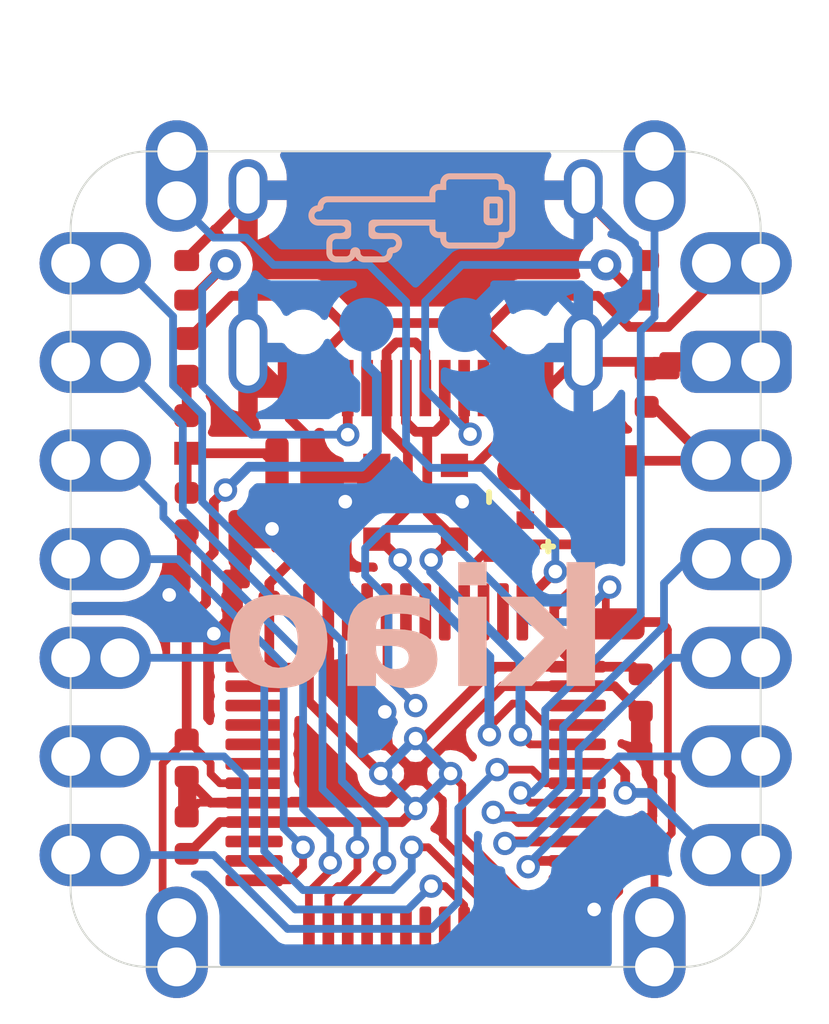
<source format=kicad_pcb>
(kicad_pcb (version 20221018) (generator pcbnew)
  (layers (0 "F.Cu" signal) (31 "B.Cu" signal) (34 "B.Paste" user) (35 "F.Paste" user) (36 "B.SilkS" user "B.Silkscreen") (37 "F.SilkS" user "F.Silkscreen") (38 "B.Mask" user) (39 "F.Mask" user) (44 "Edge.Cuts" user))
  (net 0 "")
  (net 1 "VCC")
  (net 2 "GND")
  (net 3 "CC1")
  (net 4 "CC2")
  (net 5 "RST")
  (net 6 "Net-(D2-A)")
  (net 7 "VBUS")
  (net 10 "BOOT")
  (net 11 "+3V3")
  (net 12 "/C13")
  (net 13 "/C14")
  (net 14 "/C15")
  (net 15 "/F0")
  (net 16 "/F1")
  (net 17 "/A0")
  (net 18 "/A1")
  (net 19 "/A2")
  (net 20 "/A3")
  (net 21 "/A4")
  (net 22 "/A5")
  (net 23 "/A6")
  (net 24 "/A7")
  (net 25 "/B0")
  (net 26 "/B1")
  (net 27 "/B2")
  (net 28 "/B10")
  (net 29 "/B11")
  (net 30 "/B12")
  (net 31 "/B13")
  (net 32 "/B14")
  (net 33 "/B15")
  (net 34 "/A8")
  (net 35 "/A9")
  (net 36 "/A10")
  (net 37 "/A13")
  (net 38 "/A14")
  (net 39 "/A15")
  (net 40 "/B3")
  (net 41 "/B4")
  (net 42 "/B5")
  (net 43 "/B6")
  (net 44 "/B7")
  (net 45 "/B8")
  (net 46 "/B9")
  (net 47 "D+")
  (net 48 "D-")
  (net 49 "Net-(LED1-DOUT)")
  (footprint "apfellib:xiao_drop-in_gpio_plus_4_castellated" (layer "F.Cu") (at 100 93.25)
    (fp_text reference "U3" hide)
    (fp_text value "xiao_drop-in_gpio_usb_no_cutout" hide)
    (fp_line (start -8.89 8.5) (end -8.89 -8.5) (stroke (width 0.05)) (layer "Edge.Cuts"))
    (fp_line (start -6.89 -10.5) (end -4.8 -10.5) (stroke (width 0.05)) (layer "Edge.Cuts"))
    (fp_line (start 4.8 -10.5) (end 6.89 -10.5) (stroke (width 0.05)) (layer "Edge.Cuts"))
    (fp_line (start 6.89 10.5) (end -6.89 10.5) (stroke (width 0.05)) (layer "Edge.Cuts"))
    (fp_line (start 8.89 -8.5) (end 8.89 8.5) (stroke (width 0.05)) (layer "Edge.Cuts"))
    (fp_arc (start -8.89 -8.5) (mid -8.304214 -9.914214) (end -6.89 -10.5) (stroke (width 0.05)) (layer "Edge.Cuts"))
    (fp_arc (start -6.89 10.5) (mid -8.304214 9.914214) (end -8.89 8.5) (stroke (width 0.05)) (layer "Edge.Cuts"))
    (fp_arc (start 6.89 -10.5) (mid 8.304214 -9.914214) (end 8.89 -8.5) (stroke (width 0.05)) (layer "Edge.Cuts"))
    (fp_arc (start 8.89 8.5) (mid 8.304214 9.914214) (end 6.89 10.5) (stroke (width 0.05)) (layer "Edge.Cuts"))
  )
  (footprint "Package_TO_SOT_SMD:SOT-143" (layer "F.Cu") (at 100 91.785)
    (fp_text reference "U5" hide)
    (fp_text value "PRTR5V0U2X" hide)
  )
  (footprint "Fuse:Fuse_0402_1005Metric" (layer "F.Cu") (at 94.1 88.054375 90)
    (fp_text reference "F1" hide)
    (fp_text value "500mA" hide)
  )
  (footprint "Capacitor_SMD:C_0402_1005Metric" (layer "F.Cu") (at 94.1 98.373125 -90)
    (fp_text reference "C12" hide)
    (fp_text value "100nF" hide)
  )
  (footprint "Package_TO_SOT_SMD:SOT-23" (layer "F.Cu") (at 96.428125 91.785 90)
    (fp_text reference "U4" hide)
    (fp_text value "XC6206PxxxMR-Regulator_Linear")
  )
  (footprint "Package_QFP:LQFP-48_7x7mm_P0.5mm" (layer "F.Cu") (at 100 98.77)
    (fp_text reference "U1" hide)
    (fp_text value "STM32F072CBT6" hide)
  )
  (footprint "Capacitor_SMD:C_0402_1005Metric" (layer "F.Cu") (at 95.75 94.37 180)
    (fp_text reference "C4" hide)
    (fp_text value "10uF" hide)
  )
  (footprint "Diode_SMD:D_0402_1005Metric" (layer "F.Cu") (at 94.1 90.03875 90)
    (fp_text reference "D2" hide)
    (fp_text value "PMEG2010EA" hide)
  )
  (footprint "TestPoint:TestPoint_Pad_D1.0mm" (layer "F.Cu") (at 102.6 90.97)
    (fp_text reference "TP1" hide)
    (fp_text value "TestPoint")
  )
  (footprint "Resistor_SMD:R_0402_1005Metric" (layer "F.Cu") (at 105.9 100.57 90)
    (fp_text reference "R1" hide)
    (fp_text value "5.1k" hide)
  )
  (footprint "Resistor_SMD:R_0402_1005Metric" (layer "F.Cu") (at 94.1 86.07 90)
    (fp_text reference "R5" hide)
    (fp_text value "5.1k" hide)
  )
  (footprint "Capacitor_SMD:C_0402_1005Metric" (layer "F.Cu") (at 94.1 92.023125 -90)
    (fp_text reference "C9" hide)
    (fp_text value "1uF" hide)
  )
  (footprint "Resistor_SMD:R_0402_1005Metric" (layer "F.Cu") (at 105.953125 86.07 90)
    (fp_text reference "R4" hide)
    (fp_text value "5.1k" hide)
  )
  (footprint "Button_Switch_SMD:SW_Push_SPST_NO_Alps_SKRK" (layer "F.Cu") (at 104.9 92.816875 90)
    (fp_text reference "SW1" hide)
    (fp_text value "BOOT" hide)
  )
  (footprint "Capacitor_SMD:C_0402_1005Metric" (layer "F.Cu") (at 105.953125 88.848125 90)
    (fp_text reference "C8" hide)
    (fp_text value "100nF" hide)
  )
  (footprint "Connector_USB:USB_C_Receptacle_HRO_TYPE-C-31-M-12" (layer "F.Cu") (at 100 84.8 180)
    (fp_text reference "J1" hide)
    (fp_text value "USB_C_Receptacle_USB2.0")
  )
  (footprint "Capacitor_SMD:C_0402_1005Metric" (layer "F.Cu") (at 105.8 96.6975 -90)
    (fp_text reference "C5" hide)
    (fp_text value "100nF" hide)
  )
  (footprint "ws2812_1010:WS2812_1010" (layer "F.Cu") (at 102.4 92.67 -90)
    (fp_text reference "LED1" hide)
    (fp_text value "WS2812_1010")
  )
  (footprint "Capacitor_SMD:C_0402_1005Metric" (layer "F.Cu") (at 94.1 100.3575 90)
    (fp_text reference "C7" hide)
    (fp_text value "100nF" hide)
  )
  (footprint "Capacitor_SMD:C_0402_1005Metric" (layer "F.Cu") (at 104.25 103.02)
    (fp_text reference "C6" hide)
    (fp_text value "100nF" hide)
  )
  (gr_poly (pts (xy 101.750172 84.526868) (xy 101.750686 84.533642) (xy 101.751531 84.54032) (xy 101.752703 84.54689) (xy 101.754187 84.55334) (xy 101.755978 84.55967) (xy 101.758072 84.565865) (xy 101.760453 84.571916) (xy 101.763117 84.577823) (xy 101.766055 84.583568) (xy 101.769262 84.589148) (xy 101.772724 84.594556) (xy 101.776435 84.599776) (xy 101.780386 84.604811) (xy 101.78457 84.609644) (xy 101.78898 84.614269) (xy 101.793604 84.618678) (xy 101.798438 84.622862) (xy 101.80347 84.626816) (xy 101.808692 84.630524) (xy 101.814099 84.633989) (xy 101.819678 84.637194) (xy 101.825424 84.640131) (xy 101.831328 84.642795) (xy 101.837381 84.645179) (xy 101.843576 84.64727) (xy 101.849905 84.649065) (xy 101.856357 84.650548) (xy 101.862923 84.651719) (xy 101.869601 84.652564) (xy 101.876378 84.653078) (xy 101.883246 84.653252) (xy 102.121392 84.653251) (xy 102.128252 84.65308) (xy 102.135006 84.652564) (xy 102.141643 84.651721) (xy 102.148161 84.650549) (xy 102.154549 84.649064) (xy 102.160798 84.647272) (xy 102.166909 84.64518) (xy 102.172868 84.642797) (xy 102.178668 84.64013) (xy 102.184304 84.637193) (xy 102.189767 84.633989) (xy 102.195049 84.630527) (xy 102.200147 84.626816) (xy 102.205049 84.622862) (xy 102.209752 84.618676) (xy 102.214243 84.614268) (xy 102.218518 84.609642) (xy 102.222574 84.604809) (xy 102.226396 84.599778) (xy 102.22998 84.594555) (xy 102.23332 84.58915) (xy 102.236407 84.583566) (xy 102.239236 84.577822) (xy 102.241797 84.571919) (xy 102.244084 84.565865) (xy 102.246091 84.55967) (xy 102.247807 84.55334) (xy 102.249228 84.546891) (xy 102.250345 84.540321) (xy 102.251153 84.533643) (xy 102.251643 84.526868) (xy 102.25181 84.52) (xy 102.251809 84.04654) (xy 102.251643 84.039675) (xy 102.251153 84.032898) (xy 102.250347 84.026221) (xy 102.249227 84.019655) (xy 102.247807 84.013201) (xy 102.24609 84.006875) (xy 102.244084 84.000679) (xy 102.241796 83.994627) (xy 102.239236 83.988722) (xy 102.236407 83.982975) (xy 102.23332 83.977394) (xy 102.229981 83.97199) (xy 102.226396 83.966766) (xy 102.222574 83.961735) (xy 102.218519 83.956903) (xy 102.214242 83.952278) (xy 102.209751 83.947869) (xy 102.205049 83.943683) (xy 102.200147 83.939733) (xy 102.195049 83.936021) (xy 102.189767 83.932559) (xy 102.184304 83.929353) (xy 102.178668 83.926414) (xy 102.172868 83.92375) (xy 102.166909 83.921367) (xy 102.160799 83.919277) (xy 102.154548 83.917484) (xy 102.148161 83.915998) (xy 102.141642 83.914829) (xy 102.135006 83.913981) (xy 102.128252 83.913469) (xy 102.121392 83.913297) (xy 102.081029 83.913296) (xy 102.081029 84.090637) (xy 102.082594 84.090677) (xy 102.084138 84.090794) (xy 102.085662 84.090987) (xy 102.087161 84.091255) (xy 102.088633 84.091595) (xy 102.090077 84.092006) (xy 102.091491 84.092483) (xy 102.092873 84.093027) (xy 102.094221 84.093639) (xy 102.095533 84.094309) (xy 102.096807 84.095039) (xy 102.098041 84.095833) (xy 102.099234 84.096682) (xy 102.100383 84.097585) (xy 102.101488 84.09854) (xy 102.102544 84.099548) (xy 102.103552 84.100604) (xy 102.104508 84.10171) (xy 102.105411 84.102859) (xy 102.106259 84.104051) (xy 102.107051 84.105284) (xy 102.107783 84.106558) (xy 102.108454 84.107872) (xy 102.109065 84.109219) (xy 102.109608 84.1106) (xy 102.110087 84.112015) (xy 102.110496 84.113458) (xy 102.110837 84.114932) (xy 102.111105 84.116428) (xy 102.111297 84.117951) (xy 102.111415 84.119498) (xy 102.111454 84.121065) (xy 102.111454 84.445241) (xy 102.111416 84.446807) (xy 102.111298 84.448351) (xy 102.111105 84.449874) (xy 102.110836 84.451373) (xy 102.110497 84.452847) (xy 102.110087 84.45429) (xy 102.109609 84.455701) (xy 102.109065 84.457086) (xy 102.108455 84.458434) (xy 102.107783 84.459747) (xy 102.107051 84.461018) (xy 102.106259 84.462254) (xy 102.105412 84.463447) (xy 102.104507 84.464597) (xy 102.103552 84.465698) (xy 102.102544 84.466757) (xy 102.101488 84.467762) (xy 102.100383 84.46872) (xy 102.099234 84.469624) (xy 102.098041 84.470472) (xy 102.096808 84.471262) (xy 102.095533 84.471995) (xy 102.094221 84.472668) (xy 102.092873 84.473275) (xy 102.091491 84.473822) (xy 102.090076 84.474301) (xy 102.088633 84.474711) (xy 102.087161 84.475047) (xy 102.085661 84.475317) (xy 102.084138 84.475511) (xy 102.082593 84.47563) (xy 102.081029 84.475668) (xy 101.93485 84.475668) (xy 101.933283 84.475629) (xy 101.931738 84.475511) (xy 101.930217 84.475318) (xy 101.928718 84.475049) (xy 101.927247 84.474711) (xy 101.925801 84.474301) (xy 101.924389 84.473822) (xy 101.923006 84.473277) (xy 101.921659 84.472667) (xy 101.920348 84.471995) (xy 101.919073 84.471264) (xy 101.91784 84.470472) (xy 101.916646 84.469624) (xy 101.915497 84.468721) (xy 101.914392 84.467763) (xy 101.913336 84.466758) (xy 101.912328 84.465699) (xy 101.911371 84.464596) (xy 101.910468 84.463448) (xy 101.90962 84.462256) (xy 101.908827 84.46102) (xy 101.908096 84.459747) (xy 101.907424 84.458432) (xy 101.906813 84.457085) (xy 101.906268 84.455702) (xy 101.905791 84.45429) (xy 101.905381 84.452847) (xy 101.905041 84.451375) (xy 101.904773 84.449876) (xy 101.904578 84.448353) (xy 101.904462 84.446807) (xy 101.904424 84.445239) (xy 101.904423 84.121062) (xy 101.904463 84.119497) (xy 101.90458 84.117953) (xy 101.904773 84.11643) (xy 101.905042 84.114931) (xy 101.905381 84.113457) (xy 101.905791 84.112015) (xy 101.906268 84.1106) (xy 101.906814 84.10922) (xy 101.907424 84.107871) (xy 101.908096 84.106558) (xy 101.908827 84.105286) (xy 101.909619 84.10405) (xy 101.910468 84.102856) (xy 101.911372 84.101709) (xy 101.912328 84.100603) (xy 101.913336 84.099549) (xy 101.914392 84.098539) (xy 101.915498 84.097585) (xy 101.916644 84.096682) (xy 101.917839 84.095834) (xy 101.919073 84.09504) (xy 101.920348 84.09431) (xy 101.921659 84.093638) (xy 101.923007 84.093027) (xy 101.92439 84.092482) (xy 101.925803 84.092005) (xy 101.927246 84.091596) (xy 101.928719 84.091255) (xy 101.930217 84.090987) (xy 101.931738 84.090794) (xy 101.933283 84.090676) (xy 101.93485 84.090638) (xy 102.081029 84.090637) (xy 102.081029 83.913296) (xy 101.883246 83.913296) (xy 101.876378 83.91347) (xy 101.869602 83.91398) (xy 101.862926 83.914829) (xy 101.856357 83.915997) (xy 101.849905 83.917484) (xy 101.843577 83.919277) (xy 101.837382 83.921366) (xy 101.831328 83.923748) (xy 101.825423 83.926415) (xy 101.819678 83.929354) (xy 101.814099 83.932559) (xy 101.808692 83.93602) (xy 101.80347 83.939733) (xy 101.798437 83.943683) (xy 101.793605 83.947866) (xy 101.788981 83.952276) (xy 101.78457 83.956901) (xy 101.780386 83.961735) (xy 101.776435 83.966767) (xy 101.772724 83.971988) (xy 101.769261 83.977392) (xy 101.766057 83.982974) (xy 101.763118 83.988721) (xy 101.760452 83.994626) (xy 101.758071 84.00068) (xy 101.755979 84.006873) (xy 101.754187 84.013201) (xy 101.752703 84.019654) (xy 101.751532 84.026221) (xy 101.750686 84.0329) (xy 101.750173 84.039675) (xy 101.75 84.046543) (xy 101.75 84.52)) (fill solid) (layer "B.SilkS"))
  (gr_poly (pts (xy 97.236902 84.41386) (xy 97.237858 84.426712) (xy 97.239434 84.439423) (xy 97.241619 84.451983) (xy 97.244398 84.464362) (xy 97.247756 84.476547) (xy 97.251682 84.488516) (xy 97.256159 84.500251) (xy 97.261179 84.511733) (xy 97.266725 84.522941) (xy 97.272782 84.533857) (xy 97.279338 84.544465) (xy 97.286382 84.554739) (xy 97.293898 84.564667) (xy 97.301873 84.574228) (xy 97.310292 84.583398) (xy 97.319144 84.592162) (xy 97.328414 84.600501) (xy 97.338089 84.608389) (xy 97.348156 84.615817) (xy 97.358599 84.622763) (xy 97.369409 84.629203) (xy 97.380569 84.635121) (xy 97.392066 84.640498) (xy 97.403888 84.645315) (xy 97.41602 84.649552) (xy 97.428447 84.653187) (xy 97.44116 84.656209) (xy 97.454142 84.65859) (xy 97.467379 84.660314) (xy 97.48086 84.661364) (xy 97.494572 84.661716) (xy 97.956692 84.661716) (xy 97.962042 84.661661) (xy 97.967969 84.661514) (xy 97.981368 84.661036) (xy 98.010604 84.660126) (xy 98.026756 84.659994) (xy 98.043539 84.660304) (xy 98.060662 84.661213) (xy 98.077833 84.66289) (xy 98.094756 84.665501) (xy 98.11114 84.669204) (xy 98.126694 84.674174) (xy 98.134066 84.677182) (xy 98.141124 84.680567) (xy 98.147826 84.68435) (xy 98.154133 84.68855) (xy 98.16002 84.693191) (xy 98.165437 84.698292) (xy 98.170357 84.703871) (xy 98.174739 84.709953) (xy 98.178546 84.716553) (xy 98.181744 84.7237) (xy 98.184294 84.731407) (xy 98.186162 84.739697) (xy 98.187309 84.748592) (xy 98.187698 84.758111) (xy 98.18731 84.767629) (xy 98.186162 84.776521) (xy 98.184295 84.784812) (xy 98.181743 84.792522) (xy 98.178546 84.799665) (xy 98.174739 84.806268) (xy 98.170357 84.812347) (xy 98.165437 84.81793) (xy 98.16002 84.82303) (xy 98.154134 84.82767) (xy 98.147826 84.831871) (xy 98.141124 84.835654) (xy 98.134066 84.83904) (xy 98.126693 84.842046) (xy 98.119038 84.844697) (xy 98.111139 84.847015) (xy 98.103035 84.849014) (xy 98.094756 84.85072) (xy 98.077833 84.853328) (xy 98.060662 84.855005) (xy 98.043539 84.855917) (xy 98.026755 84.856225) (xy 98.010604 84.856094) (xy 97.981367 84.855184) (xy 97.967969 84.854708) (xy 97.962042 84.854557) (xy 97.956692 84.854503) (xy 97.942981 84.854848) (xy 97.929499 84.855875) (xy 97.916261 84.857562) (xy 97.903278 84.859891) (xy 97.890566 84.862846) (xy 97.878139 84.866408) (xy 97.866005 84.870559) (xy 97.854185 84.875279) (xy 97.842687 84.880552) (xy 97.831527 84.88636) (xy 97.820718 84.892683) (xy 97.810274 84.899506) (xy 97.800207 84.906807) (xy 97.790532 84.914567) (xy 97.781261 84.922774) (xy 97.772411 84.931404) (xy 97.763989 84.940442) (xy 97.756016 84.949868) (xy 97.748499 84.959666) (xy 97.741455 84.969816) (xy 97.734898 84.980301) (xy 97.728841 84.991101) (xy 97.723296 85.002199) (xy 97.718277 85.013576) (xy 97.713798 85.025217) (xy 97.709872 85.0371) (xy 97.706514 85.049206) (xy 97.703736 85.061525) (xy 97.701552 85.074029) (xy 97.699974 85.086705) (xy 97.699018 85.099532) (xy 97.698697 85.112494) (xy 97.698697 85.350642) (xy 97.699025 85.364103) (xy 97.700006 85.377367) (xy 97.70162 85.390415) (xy 97.703853 85.403239) (xy 97.70669 85.415819) (xy 97.710117 85.42814) (xy 97.714116 85.440191) (xy 97.718674 85.451951) (xy 97.723778 85.463409) (xy 97.72941 85.474548) (xy 97.735557 85.485353) (xy 97.742204 85.49581) (xy 97.749332 85.505904) (xy 97.75693 85.51562) (xy 97.764982 85.524943) (xy 97.773472 85.533858) (xy 97.782386 85.542347) (xy 97.791709 85.5504) (xy 97.801425 85.557998) (xy 97.81152 85.565126) (xy 97.821976 85.571771) (xy 97.832784 85.577918) (xy 97.843923 85.583552) (xy 97.855381 85.588655) (xy 97.867142 85.593212) (xy 97.87919 85.597214) (xy 97.891512 85.600642) (xy 97.904091 85.603477) (xy 97.916916 85.60571) (xy 97.929967 85.607323) (xy 97.943231 85.608303) (xy 97.956692 85.608631) (xy 98.206176 85.60863) (xy 98.225204 85.607941) (xy 98.243968 85.605895) (xy 98.262408 85.602538) (xy 98.280464 85.597911) (xy 98.298072 85.592056) (xy 98.315167 85.585011) (xy 98.33169 85.57682) (xy 98.347575 85.567525) (xy 98.362765 85.557165) (xy 98.377195 85.545786) (xy 98.390802 85.533424) (xy 98.403525 85.520124) (xy 98.415298 85.505928) (xy 98.426066 85.490876) (xy 98.435761 85.475009) (xy 98.444322 85.458372) (xy 98.44819 85.466536) (xy 98.452351 85.474543) (xy 98.456798 85.482387) (xy 98.461526 85.490063) (xy 98.466523 85.497561) (xy 98.471786 85.504876) (xy 98.477309 85.512002) (xy 98.483083 85.518929) (xy 98.489101 85.525652) (xy 98.495358 85.532167) (xy 98.501846 85.538465) (xy 98.50856 85.54454) (xy 98.515491 85.550381) (xy 98.522634 85.555989) (xy 98.529981 85.561349) (xy 98.537526 85.566462) (xy 98.545262 85.571314) (xy 98.553181 85.575903) (xy 98.561278 85.580223) (xy 98.569548 85.584263) (xy 98.57798 85.588019) (xy 98.58657 85.591485) (xy 98.595312 85.594652) (xy 98.604193 85.597514) (xy 98.613215 85.600063) (xy 98.622367 85.602296) (xy 98.631642 85.604204) (xy 98.641034 85.605779) (xy 98.650535 85.607019) (xy 98.660141 85.60791) (xy 98.669841 85.608448) (xy 98.679633 85.608632) (xy 99.155926 85.608632) (xy 99.168607 85.608336) (xy 99.181125 85.607452) (xy 99.193465 85.606001) (xy 99.205617 85.603986) (xy 99.217565 85.601426) (xy 99.229297 85.598333) (xy 99.240795 85.594723) (xy 99.252052 85.590602) (xy 99.263052 85.585988) (xy 99.27378 85.580894) (xy 99.284222 85.57533) (xy 99.294369 85.569311) (xy 99.304202 85.562851) (xy 99.313711 85.55596) (xy 99.322884 85.548653) (xy 99.331701 85.540946) (xy 99.340154 85.532842) (xy 99.348228 85.524366) (xy 99.35591 85.515523) (xy 99.363187 85.506329) (xy 99.370043 85.496799) (xy 99.376466 85.486942) (xy 99.382442 85.476772) (xy 99.38796 85.4663) (xy 99.393005 85.455547) (xy 99.39756 85.444517) (xy 99.401616 85.433227) (xy 99.405157 85.421689) (xy 99.408172 85.409917) (xy 99.410648 85.397921) (xy 99.412566 85.385719) (xy 99.413919 85.373321) (xy 99.426324 85.37196) (xy 99.43855 85.37002) (xy 99.450583 85.367507) (xy 99.462406 85.364442) (xy 99.474009 85.360832) (xy 99.485374 85.356703) (xy 99.496489 85.352058) (xy 99.507342 85.346919) (xy 99.517915 85.3413) (xy 99.528196 85.335212) (xy 99.538169 85.328673) (xy 99.547824 85.321692) (xy 99.557144 85.31429) (xy 99.566115 85.30648) (xy 99.574724 85.298272) (xy 99.582958 85.289689) (xy 99.5908 85.280735) (xy 99.598239 85.271433) (xy 99.60526 85.261794) (xy 99.611846 85.251835) (xy 99.617987 85.241565) (xy 99.623668 85.231005) (xy 99.628873 85.220167) (xy 99.633592 85.209064) (xy 99.637806 85.197714) (xy 99.641504 85.186125) (xy 99.644671 85.174319) (xy 99.647295 85.162306) (xy 99.64936 85.150105) (xy 99.650855 85.137723) (xy 99.65176 85.125183) (xy 99.652064 85.112494) (xy 99.651726 85.099025) (xy 99.650722 85.085738) (xy 99.649072 85.072648) (xy 99.646787 85.059772) (xy 99.643886 85.04713) (xy 99.640384 85.034732) (xy 99.636297 85.022599) (xy 99.631642 85.010742) (xy 99.626436 84.999182) (xy 99.620691 84.98793) (xy 99.614429 84.977007) (xy 99.607661 84.966426) (xy 99.600407 84.956206) (xy 99.592678 84.946359) (xy 99.584495 84.936905) (xy 99.575872 84.927859) (xy 99.566825 84.919236) (xy 99.557371 84.911052) (xy 99.547526 84.903327) (xy 99.537304 84.896069) (xy 99.526725 84.889303) (xy 99.5158 84.883037) (xy 99.504551 84.877296) (xy 99.492989 84.872089) (xy 99.481132 84.867434) (xy 99.468999 84.863347) (xy 99.456602 84.859844) (xy 99.443958 84.856943) (xy 99.431083 84.854659) (xy 99.417993 84.853009) (xy 99.404706 84.852005) (xy 99.391237 84.851667) (xy 99.328741 84.852415) (xy 99.271743 84.853347) (xy 99.190462 84.854542) (xy 99.122462 84.854331) (xy 99.093209 84.853332) (xy 99.066995 84.851543) (xy 99.043723 84.848818) (xy 99.023304 84.845012) (xy 99.005639 84.839977) (xy 98.990635 84.833571) (xy 98.984101 84.829806) (xy 98.978199 84.825644) (xy 98.972911 84.821064) (xy 98.968235 84.816051) (xy 98.964151 84.810584) (xy 98.960649 84.804649) (xy 98.957716 84.798221) (xy 98.955346 84.791285) (xy 98.952237 84.775822) (xy 98.951218 84.758109) (xy 98.951522 84.749352) (xy 98.952415 84.741142) (xy 98.953873 84.733462) (xy 98.955871 84.726293) (xy 98.958382 84.719618) (xy 98.961381 84.713418) (xy 98.964843 84.707681) (xy 98.968744 84.702383) (xy 98.973058 84.697509) (xy 98.977757 84.693041) (xy 98.98282 84.688962) (xy 98.988218 84.68525) (xy 98.993929 84.681896) (xy 98.999924 84.678873) (xy 99.006181 84.676167) (xy 99.012673 84.673765) (xy 99.019373 84.671646) (xy 99.02626 84.669791) (xy 99.033305 84.668181) (xy 99.040486 84.666801) (xy 99.055143 84.664657) (xy 99.070033 84.663224) (xy 99.084952 84.662353) (xy 99.099697 84.661906) (xy 99.127854 84.661716) (xy 100.353092 84.661716) (xy 100.353091 84.738788) (xy 100.353408 84.751316) (xy 100.354349 84.763676) (xy 100.355897 84.775858) (xy 100.358038 84.787845) (xy 100.360754 84.799624) (xy 100.364035 84.811176) (xy 100.367862 84.822484) (xy 100.372222 84.833539) (xy 100.377095 84.844319) (xy 100.382469 84.854817) (xy 100.388332 84.86501) (xy 100.394664 84.874888) (xy 100.401447 84.88443) (xy 100.408674 84.893627) (xy 100.416326 84.902459) (xy 100.424385 84.910912) (xy 100.432839 84.918972) (xy 100.441671 84.926623) (xy 100.450866 84.933849) (xy 100.46041 84.940633) (xy 100.470287 84.946965) (xy 100.480479 84.952827) (xy 100.490976 84.9582) (xy 100.501759 84.963076) (xy 100.512812 84.967435) (xy 100.524122 84.971263) (xy 100.535674 84.974543) (xy 100.547451 84.977258) (xy 100.559438 84.979399) (xy 100.57162 84.980949) (xy 100.583981 84.981889) (xy 100.596509 84.982206) (xy 100.633228 84.982205) (xy 100.633226 85.009303) (xy 100.633545 85.021829) (xy 100.634484 85.034191) (xy 100.636032 85.046373) (xy 100.638174 85.05836) (xy 100.640889 85.070136) (xy 100.644171 85.081688) (xy 100.647998 85.092995) (xy 100.652356 85.104053) (xy 100.657231 85.114834) (xy 100.662606 85.12533) (xy 100.668467 85.135524) (xy 100.6748 85.1454) (xy 100.681585 85.154943) (xy 100.688811 85.164138) (xy 100.696463 85.17297) (xy 100.704522 85.181426) (xy 100.712976 85.189483) (xy 100.721808 85.197135) (xy 100.731003 85.204362) (xy 100.740546 85.211148) (xy 100.750422 85.21748) (xy 100.760615 85.22334) (xy 100.771112 85.228716) (xy 100.781894 85.233591) (xy 100.792948 85.23795) (xy 100.80426 85.241777) (xy 100.815809 85.245058) (xy 100.827587 85.247773) (xy 100.839574 85.249915) (xy 100.851756 85.251464) (xy 100.864118 85.252405) (xy 100.876645 85.252722) (xy 102.049487 85.252721) (xy 102.062013 85.252404) (xy 102.074374 85.251465) (xy 102.086556 85.249915) (xy 102.098543 85.247776) (xy 102.11032 85.245056) (xy 102.121871 85.241779) (xy 102.13318 85.237951) (xy 102.144235 85.233592) (xy 102.155017 85.228715) (xy 102.165514 85.22334) (xy 102.175706 85.21748) (xy 102.185583 85.211149) (xy 102.195127 85.204362) (xy 102.204322 85.197136) (xy 102.213154 85.189483) (xy 102.221608 85.181424) (xy 102.229668 85.17297) (xy 102.237317 85.164138) (xy 102.244546 85.154943) (xy 102.251331 85.145398) (xy 102.257662 85.135524) (xy 102.263524 85.12533) (xy 102.2689 85.114835) (xy 102.273774 85.104051) (xy 102.278132 85.092996) (xy 102.281961 85.081686) (xy 102.28524 85.070134) (xy 102.287958 85.05836) (xy 102.290099 85.046373) (xy 102.291647 85.034192) (xy 102.292585 85.02183) (xy 102.292905 85.009303) (xy 102.292905 84.982204) (xy 102.326677 84.982206) (xy 102.339205 84.981887) (xy 102.351565 84.980949) (xy 102.363747 84.9794) (xy 102.375733 84.977259) (xy 102.38751 84.974543) (xy 102.399063 84.971262) (xy 102.410372 84.967437) (xy 102.421425 84.963078) (xy 102.432207 84.958203) (xy 102.442704 84.952827) (xy 102.452897 84.946965) (xy 102.462773 84.940634) (xy 102.472316 84.933849) (xy 102.481513 84.926621) (xy 102.490345 84.918969) (xy 102.498799 84.910912) (xy 102.506857 84.902457) (xy 102.514509 84.893627) (xy 102.521735 84.88443) (xy 102.528522 84.874888) (xy 102.534854 84.865009) (xy 102.540714 84.854817) (xy 102.546091 84.84432) (xy 102.550964 84.833538) (xy 102.555325 84.822484) (xy 102.559151 84.811176) (xy 102.56243 84.799624) (xy 102.565148 84.787845) (xy 102.56729 84.775858) (xy 102.568837 84.763678) (xy 102.569778 84.751317) (xy 102.570095 84.738788) (xy 102.570095 83.831092) (xy 102.569779 83.818567) (xy 102.568837 83.806206) (xy 102.56729 83.794025) (xy 102.565148 83.782035) (xy 102.562431 83.77026) (xy 102.559151 83.75871) (xy 102.555324 83.7474) (xy 102.550965 83.736345) (xy 102.546091 83.725562) (xy 102.540714 83.715067) (xy 102.534854 83.704873) (xy 102.528522 83.694998) (xy 102.521735 83.685454) (xy 102.514509 83.67626) (xy 102.506858 83.667427) (xy 102.498798 83.658973) (xy 102.490345 83.650913) (xy 102.481512 83.643263) (xy 102.472316 83.636035) (xy 102.462774 83.629249) (xy 102.452897 83.622917) (xy 102.442704 83.617057) (xy 102.432207 83.611681) (xy 102.421425 83.606806) (xy 102.410372 83.602448) (xy 102.399062 83.598621) (xy 102.387511 83.595339) (xy 102.375734 83.592621) (xy 102.363747 83.59048) (xy 102.351565 83.588934) (xy 102.339205 83.587993) (xy 102.326678 83.587675) (xy 102.292904 83.587675) (xy 102.292905 83.557241) (xy 102.292585 83.544715) (xy 102.291646 83.532352) (xy 102.290099 83.520171) (xy 102.287957 83.508181) (xy 102.28524 83.496407) (xy 102.281959 83.484856) (xy 102.278133 83.473543) (xy 102.273774 83.46249) (xy 102.2689 83.45171) (xy 102.263524 83.441211) (xy 102.257663 83.431017) (xy 102.251331 83.421143) (xy 102.244546 83.411601) (xy 102.237317 83.402405) (xy 102.229668 83.393573) (xy 102.221608 83.385117) (xy 102.213154 83.377058) (xy 102.204322 83.369408) (xy 102.195127 83.362182) (xy 102.185583 83.355395) (xy 102.175707 83.349065) (xy 102.165514 83.343201) (xy 102.155016 83.337827) (xy 102.144235 83.332953) (xy 102.13318 83.328595) (xy 102.121871 83.324765) (xy 102.11032 83.321488) (xy 102.098544 83.318769) (xy 102.086557 83.316629) (xy 102.074374 83.31508) (xy 102.062011 83.314141) (xy 102.049486 83.313822) (xy 102.049486 83.469609) (xy 102.053996 83.469725) (xy 102.058445 83.470063) (xy 102.062833 83.470621) (xy 102.067148 83.471392) (xy 102.071387 83.472369) (xy 102.075546 83.473549) (xy 102.079619 83.474928) (xy 102.083597 83.476497) (xy 102.087479 83.478252) (xy 102.091258 83.480186) (xy 102.094927 83.482296) (xy 102.09848 83.484577) (xy 102.101918 83.48702) (xy 102.105228 83.489622) (xy 102.108408 83.492376) (xy 102.111451 83.495279) (xy 102.114351 83.498321) (xy 102.117107 83.501499) (xy 102.119708 83.50481) (xy 102.122152 83.508244) (xy 102.124431 83.5118) (xy 102.126541 83.51547) (xy 102.128475 83.519248) (xy 102.13023 83.52313) (xy 102.131799 83.527111) (xy 102.133178 83.531181) (xy 102.134358 83.535339) (xy 102.135336 83.539578) (xy 102.136108 83.543896) (xy 102.136663 83.548281) (xy 102.137002 83.552731) (xy 102.137117 83.557242) (xy 102.137116 83.743464) (xy 102.326677 83.743463) (xy 102.331187 83.743578) (xy 102.335636 83.743917) (xy 102.340023 83.744472) (xy 102.344338 83.745244) (xy 102.348579 83.746223) (xy 102.352736 83.747404) (xy 102.356809 83.748782) (xy 102.360788 83.750351) (xy 102.36467 83.752106) (xy 102.368448 83.754041) (xy 102.372117 83.75615) (xy 102.375674 83.758429) (xy 102.379108 83.760873) (xy 102.382419 83.763475) (xy 102.385598 83.766227) (xy 102.388642 83.76913) (xy 102.391543 83.772174) (xy 102.394296 83.77535) (xy 102.396899 83.778662) (xy 102.399343 83.782098) (xy 102.401622 83.785654) (xy 102.403732 83.789324) (xy 102.405665 83.793102) (xy 102.407421 83.796984) (xy 102.408989 83.800962) (xy 102.410368 83.805036) (xy 102.411548 83.809192) (xy 102.412527 83.813432) (xy 102.413298 83.817748) (xy 102.413854 83.822135) (xy 102.414195 83.826585) (xy 102.414308 83.831094) (xy 102.414308 84.738789) (xy 102.414195 84.743298) (xy 102.413854 84.747749) (xy 102.413299 84.752135) (xy 102.412526 84.75645) (xy 102.411549 84.76069) (xy 102.410368 84.764847) (xy 102.40899 84.76892) (xy 102.407421 84.772896) (xy 102.405665 84.776778) (xy 102.403732 84.780559) (xy 102.401622 84.784229) (xy 102.399343 84.787782) (xy 102.396899 84.791218) (xy 102.394297 84.79453) (xy 102.391542 84.797709) (xy 102.388642 84.800753) (xy 102.385598 84.803653) (xy 102.382418 84.806409) (xy 102.379107 84.809011) (xy 102.375674 84.811454) (xy 102.372117 84.813733) (xy 102.368447 84.815842) (xy 102.364669 84.817778) (xy 102.360788 84.819532) (xy 102.356808 84.821102) (xy 102.352736 84.822479) (xy 102.348579 84.82366) (xy 102.344338 84.824636) (xy 102.340023 84.825411) (xy 102.335636 84.825967) (xy 102.331186 84.826305) (xy 102.326677 84.826417) (xy 102.137118 84.826417) (xy 102.137118 85.009303) (xy 102.137002 85.013813) (xy 102.136665 85.018264) (xy 102.136108 85.022648) (xy 102.135336 85.026963) (xy 102.134358 85.031202) (xy 102.133177 85.035359) (xy 102.131799 85.039432) (xy 102.13023 85.043411) (xy 102.128474 85.047293) (xy 102.126541 85.051071) (xy 102.124431 85.054741) (xy 102.122152 85.058297) (xy 102.119708 85.061731) (xy 102.117107 85.06504) (xy 102.114353 85.068222) (xy 102.111449 85.071266) (xy 102.108408 85.074168) (xy 102.105229 85.076921) (xy 102.101918 85.079524) (xy 102.098482 85.081967) (xy 102.094927 85.084245) (xy 102.091258 85.086355) (xy 102.087479 85.088292) (xy 102.083597 85.090047) (xy 102.079619 85.091616) (xy 102.075546 85.092995) (xy 102.071386 85.094175) (xy 102.067148 85.095151) (xy 102.062833 85.095923) (xy 102.058445 85.096482) (xy 102.053997 85.096818) (xy 102.049487 85.096934) (xy 100.876644 85.096934) (xy 100.872135 85.096818) (xy 100.867685 85.096482) (xy 100.863299 85.095923) (xy 100.858984 85.095151) (xy 100.854743 85.094175) (xy 100.850586 85.092994) (xy 100.846513 85.091615) (xy 100.842535 85.090044) (xy 100.838652 85.088289) (xy 100.834874 85.086355) (xy 100.831205 85.084245) (xy 100.82765 85.081967) (xy 100.824214 85.079523) (xy 100.820903 85.076922) (xy 100.817724 85.074168) (xy 100.814682 85.071266) (xy 100.811779 85.068223) (xy 100.809025 85.065043) (xy 100.806422 85.061732) (xy 100.803982 85.058295) (xy 100.801701 85.054741) (xy 100.799591 85.051071) (xy 100.797657 85.047293) (xy 100.795902 85.043411) (xy 100.794332 85.039432) (xy 100.792954 85.035359) (xy 100.791773 85.031202) (xy 100.790796 85.026963) (xy 100.790025 85.022646) (xy 100.789467 85.018264) (xy 100.789129 85.013812) (xy 100.789014 85.009304) (xy 100.789015 84.826418) (xy 100.596509 84.826419) (xy 100.592 84.826303) (xy 100.587549 84.825967) (xy 100.583163 84.82541) (xy 100.578848 84.824636) (xy 100.574609 84.823659) (xy 100.57045 84.82248) (xy 100.566377 84.821101) (xy 100.562398 84.819531) (xy 100.558516 84.817776) (xy 100.554739 84.81584) (xy 100.551068 84.813732) (xy 100.547512 84.811453) (xy 100.544077 84.80901) (xy 100.540768 84.806408) (xy 100.537587 84.803655) (xy 100.534545 84.80075) (xy 100.531641 84.797709) (xy 100.528889 84.794531) (xy 100.526287 84.79122) (xy 100.523843 84.787784) (xy 100.521564 84.784228) (xy 100.519455 84.780559) (xy 100.51752 84.776782) (xy 100.515765 84.7729) (xy 100.514197 84.76892) (xy 100.512818 84.764848) (xy 100.511638 84.76069) (xy 100.51066 84.756448) (xy 100.509888 84.752134) (xy 100.509331 84.747748) (xy 100.508993 84.743299) (xy 100.508878 84.738788) (xy 100.508878 84.50556) (xy 98.91778 84.505791) (xy 98.910913 84.505964) (xy 98.904136 84.506478) (xy 98.897458 84.507323) (xy 98.890892 84.508491) (xy 98.884438 84.509976) (xy 98.878111 84.51177) (xy 98.871916 84.513864) (xy 98.86586 84.516245) (xy 98.859958 84.518908) (xy 98.854212 84.521847) (xy 98.848632 84.525052) (xy 98.843228 84.528513) (xy 98.838003 84.532225) (xy 98.832972 84.536177) (xy 98.828138 84.540361) (xy 98.823513 84.544772) (xy 98.819104 84.549395) (xy 98.81492 84.554228) (xy 98.810969 84.559261) (xy 98.807255 84.564484) (xy 98.803793 84.569889) (xy 98.80059 84.575469) (xy 98.797652 84.581216) (xy 98.794987 84.58712) (xy 98.792605 84.593171) (xy 98.790513 84.599367) (xy 98.788721 84.605696) (xy 98.787236 84.612147) (xy 98.786066 84.618717) (xy 98.785218 84.625392) (xy 98.784707 84.632169) (xy 98.784533 84.639035) (xy 98.784533 84.874346) (xy 98.784707 84.881216) (xy 98.78522 84.887993) (xy 98.786066 84.894667) (xy 98.787235 84.901239) (xy 98.788721 84.90769) (xy 98.790513 84.914017) (xy 98.792604 84.920213) (xy 98.794986 84.926266) (xy 98.797652 84.932171) (xy 98.80059 84.937915) (xy 98.803793 84.943496) (xy 98.807257 84.948902) (xy 98.810968 84.954126) (xy 98.81492 84.959157) (xy 98.819104 84.96399) (xy 98.823513 84.968616) (xy 98.828138 84.973024) (xy 98.832972 84.977211) (xy 98.838003 84.981163) (xy 98.843228 84.984874) (xy 98.848632 84.988337) (xy 98.854212 84.991541) (xy 98.859958 84.99448) (xy 98.865862 84.997146) (xy 98.871916 84.999528) (xy 98.878111 85.001618) (xy 98.884438 85.003412) (xy 98.890892 85.004897) (xy 98.897458 85.006068) (xy 98.904136 85.006914) (xy 98.910913 85.007427) (xy 98.91778 85.0076) (xy 99.391237 85.007601) (xy 99.396527 85.007741) (xy 99.401761 85.008154) (xy 99.406927 85.008839) (xy 99.412024 85.009782) (xy 99.417043 85.010977) (xy 99.421974 85.012422) (xy 99.426813 85.014102) (xy 99.43155 85.016014) (xy 99.43618 85.018153) (xy 99.440694 85.020509) (xy 99.445085 85.023073) (xy 99.449347 85.025839) (xy 99.45347 85.0288) (xy 99.457453 85.031947) (xy 99.461282 85.035279) (xy 99.464952 85.038784) (xy 99.468456 85.042452) (xy 99.471785 85.046281) (xy 99.474936 85.05026) (xy 99.477898 85.054387) (xy 99.480664 85.058648) (xy 99.483228 85.063039) (xy 99.485585 85.067553) (xy 99.487721 85.072183) (xy 99.489633 85.076918) (xy 99.491316 85.081756) (xy 99.49276 85.086688) (xy 99.493956 85.091704) (xy 99.4949 85.096805) (xy 99.495583 85.101969) (xy 99.495998 85.107206) (xy 99.496137 85.112494) (xy 99.495997 85.117783) (xy 99.495582 85.123015) (xy 99.4949 85.128185) (xy 99.493956 85.133284) (xy 99.492759 85.138301) (xy 99.491316 85.143229) (xy 99.489633 85.148067) (xy 99.487721 85.152806) (xy 99.485584 85.157436) (xy 99.483228 85.161949) (xy 99.480665 85.166343) (xy 99.477898 85.170604) (xy 99.474935 85.17473) (xy 99.471786 85.178707) (xy 99.468456 85.182537) (xy 99.464953 85.186207) (xy 99.461282 85.189714) (xy 99.457452 85.193045) (xy 99.45347 85.196192) (xy 99.449347 85.199155) (xy 99.445085 85.201922) (xy 99.440694 85.204486) (xy 99.43618 85.206839) (xy 99.43155 85.208979) (xy 99.426813 85.21089) (xy 99.421975 85.212572) (xy 99.417042 85.214016) (xy 99.412025 85.215215) (xy 99.406927 85.216157) (xy 99.40176 85.216837) (xy 99.396527 85.217255) (xy 99.391237 85.217394) (xy 99.384368 85.217567) (xy 99.377595 85.21808) (xy 99.370917 85.218928) (xy 99.364348 85.220095) (xy 99.357896 85.221581) (xy 99.351568 85.223374) (xy 99.345374 85.225465) (xy 99.33932 85.227847) (xy 99.333417 85.230513) (xy 99.327668 85.233453) (xy 99.322089 85.236657) (xy 99.316684 85.240119) (xy 99.311461 85.243831) (xy 99.306428 85.247781) (xy 99.301598 85.251966) (xy 99.296972 85.256377) (xy 99.292564 85.261) (xy 99.288378 85.265831) (xy 99.284426 85.270864) (xy 99.280714 85.276088) (xy 99.277253 85.281491) (xy 99.274048 85.287074) (xy 99.271111 85.292819) (xy 99.268446 85.298724) (xy 99.266062 85.304778) (xy 99.263971 85.310972) (xy 99.262178 85.317299) (xy 99.260694 85.323752) (xy 99.259523 85.330321) (xy 99.258677 85.336998) (xy 99.258163 85.343773) (xy 99.257991 85.35064) (xy 99.257859 85.355921) (xy 99.257468 85.361132) (xy 99.256824 85.366261) (xy 99.25593 85.371305) (xy 99.254797 85.376261) (xy 99.253431 85.381117) (xy 99.251835 85.385869) (xy 99.250018 85.39051) (xy 99.247983 85.395034) (xy 99.24574 85.399441) (xy 99.243291 85.403715) (xy 99.240648 85.407854) (xy 99.237811 85.411851) (xy 99.234793 85.415703) (xy 99.231594 85.419402) (xy 99.228222 85.422937) (xy 99.224685 85.426309) (xy 99.220988 85.429505) (xy 99.217136 85.432527) (xy 99.213138 85.435361) (xy 99.208999 85.438008) (xy 99.204725 85.440456) (xy 99.200321 85.442698) (xy 99.195796 85.444732) (xy 99.191155 85.446549) (xy 99.186402 85.448143) (xy 99.181545 85.449513) (xy 99.176592 85.450644) (xy 99.171546 85.451538) (xy 99.166416 85.452181) (xy 99.161209 85.452572) (xy 99.155926 85.452705) (xy 98.679633 85.452705) (xy 98.674351 85.452572) (xy 98.669144 85.452181) (xy 98.664013 85.451538) (xy 98.658967 85.450645) (xy 98.654016 85.449513) (xy 98.64916 85.448146) (xy 98.644408 85.446548) (xy 98.639766 85.444729) (xy 98.63524 85.442699) (xy 98.630837 85.440455) (xy 98.626563 85.438006) (xy 98.622423 85.435362) (xy 98.618425 85.432528) (xy 98.614574 85.429508) (xy 98.610877 85.426308) (xy 98.60734 85.422938) (xy 98.603967 85.4194) (xy 98.600768 85.415702) (xy 98.597748 85.411852) (xy 98.594913 85.407852) (xy 98.592268 85.403714) (xy 98.589821 85.399439) (xy 98.587577 85.395035) (xy 98.585543 85.390511) (xy 98.583723 85.385869) (xy 98.582129 85.381117) (xy 98.580762 85.376261) (xy 98.579629 85.371305) (xy 98.578736 85.366261) (xy 98.578092 85.361129) (xy 98.5777 85.355921) (xy 98.577568 85.350639) (xy 98.577395 85.343774) (xy 98.576881 85.336998) (xy 98.576036 85.33032) (xy 98.574866 85.323752) (xy 98.573381 85.317299) (xy 98.571588 85.310971) (xy 98.569496 85.304778) (xy 98.567114 85.298724) (xy 98.56445 85.29282) (xy 98.561511 85.287073) (xy 98.558306 85.281491) (xy 98.554842 85.276088) (xy 98.551132 85.270864) (xy 98.547181 85.265834) (xy 98.542996 85.261001) (xy 98.538588 85.256376) (xy 98.533962 85.251967) (xy 98.52913 85.247783) (xy 98.524098 85.243829) (xy 98.518876 85.240119) (xy 98.51347 85.236657) (xy 98.507888 85.233453) (xy 98.502144 85.230514) (xy 98.496239 85.227849) (xy 98.490185 85.225467) (xy 98.48399 85.223374) (xy 98.477662 85.221582) (xy 98.471211 85.220097) (xy 98.464643 85.218927) (xy 98.457965 85.218082) (xy 98.45119 85.217566) (xy 98.444322 85.217394) (xy 98.437453 85.217567) (xy 98.430677 85.218082) (xy 98.424002 85.218928) (xy 98.417432 85.220097) (xy 98.410979 85.221582) (xy 98.404653 85.223374) (xy 98.39846 85.225465) (xy 98.392405 85.227847) (xy 98.386501 85.230514) (xy 98.380753 85.233453) (xy 98.375174 85.236657) (xy 98.369769 85.240119) (xy 98.364546 85.243831) (xy 98.359513 85.247781) (xy 98.354682 85.251967) (xy 98.350056 85.256376) (xy 98.345648 85.261001) (xy 98.341463 85.265831) (xy 98.337511 85.270864) (xy 98.333799 85.276088) (xy 98.330338 85.281491) (xy 98.327133 85.287074) (xy 98.324194 85.292818) (xy 98.321531 85.298724) (xy 98.319147 85.304778) (xy 98.317054 85.310973) (xy 98.315263 85.317299) (xy 98.313779 85.323752) (xy 98.312608 85.330321) (xy 98.311762 85.336998) (xy 98.311249 85.343773) (xy 98.311074 85.350641) (xy 98.310936 85.355923) (xy 98.310522 85.361131) (xy 98.309839 85.366262) (xy 98.308895 85.371307) (xy 98.307697 85.376259) (xy 98.306254 85.381117) (xy 98.304573 85.385867) (xy 98.302659 85.390511) (xy 98.300522 85.395036) (xy 98.298166 85.399441) (xy 98.295601 85.403715) (xy 98.292835 85.407851) (xy 98.289872 85.411851) (xy 98.286724 85.415703) (xy 98.283393 85.4194) (xy 98.27989 85.422937) (xy 98.27622 85.426309) (xy 98.272392 85.429507) (xy 98.26841 85.432528) (xy 98.264284 85.435363) (xy 98.260024 85.438007) (xy 98.255632 85.440455) (xy 98.251118 85.442698) (xy 98.246487 85.444731) (xy 98.241751 85.446549) (xy 98.236912 85.448144) (xy 98.231981 85.449514) (xy 98.226963 85.450646) (xy 98.221866 85.451538) (xy 98.216698 85.452181) (xy 98.211464 85.452574) (xy 98.206177 85.452706) (xy 97.956692 85.452706) (xy 97.951409 85.452574) (xy 97.9462 85.452181) (xy 97.941069 85.451538) (xy 97.936027 85.450645) (xy 97.931072 85.449514) (xy 97.926215 85.448144) (xy 97.921464 85.446548) (xy 97.916822 85.444731) (xy 97.912295 85.442698) (xy 97.907894 85.440453) (xy 97.903619 85.438008) (xy 97.899479 85.43536) (xy 97.895481 85.432528) (xy 97.89163 85.429505) (xy 97.887933 85.426308) (xy 97.884393 85.422937) (xy 97.881024 85.419398) (xy 97.877825 85.415703) (xy 97.874805 85.411851) (xy 97.87197 85.407853) (xy 97.869324 85.403715) (xy 97.866879 85.399438) (xy 97.864635 85.395038) (xy 97.862601 85.39051) (xy 97.860782 85.385867) (xy 97.859186 85.381116) (xy 97.857821 85.376259) (xy 97.856687 85.371306) (xy 97.855795 85.366262) (xy 97.85515 85.361131) (xy 97.854759 85.355923) (xy 97.854627 85.350641) (xy 97.854627 85.112494) (xy 97.854759 85.107204) (xy 97.85515 85.101972) (xy 97.855795 85.096804) (xy 97.856686 85.091705) (xy 97.85782 85.08669) (xy 97.859186 85.081758) (xy 97.860783 85.076918) (xy 97.8626 85.072183) (xy 97.864636 85.067553) (xy 97.866879 85.063039) (xy 97.869324 85.058647) (xy 97.87197 85.054386) (xy 97.874804 85.050261) (xy 97.877824 85.046281) (xy 97.881024 85.042452) (xy 97.884394 85.038784) (xy 97.887933 85.03528) (xy 97.89163 85.031947) (xy 97.895479 85.0288) (xy 97.899479 85.025839) (xy 97.903619 85.023073) (xy 97.907893 85.020509) (xy 97.912296 85.018155) (xy 97.916822 85.016015) (xy 97.921464 85.0141) (xy 97.926215 85.012422) (xy 97.931073 85.010979) (xy 97.936027 85.009781) (xy 97.941071 85.008836) (xy 97.9462 85.008156) (xy 97.95141 85.007741) (xy 97.956692 85.007599) (xy 98.206176 85.0076) (xy 98.213043 85.007427) (xy 98.21982 85.006913) (xy 98.226495 85.006068) (xy 98.233064 85.004897) (xy 98.239517 85.003412) (xy 98.245844 85.00162) (xy 98.25204 84.999528) (xy 98.258092 84.997145) (xy 98.263998 84.99448) (xy 98.269743 84.991541) (xy 98.275323 84.988335) (xy 98.280729 84.984875) (xy 98.285952 84.981163) (xy 98.290984 84.977211) (xy 98.295816 84.973024) (xy 98.300441 84.968618) (xy 98.30485 84.96399) (xy 98.309035 84.959157) (xy 98.312987 84.954126) (xy 98.316697 84.948902) (xy 98.320159 84.943494) (xy 98.323362 84.937917) (xy 98.326304 84.932171) (xy 98.328969 84.926266) (xy 98.331349 84.920211) (xy 98.333442 84.914017) (xy 98.335234 84.907689) (xy 98.336721 84.901238) (xy 98.337889 84.894667) (xy 98.338734 84.887991) (xy 98.339249 84.881215) (xy 98.339422 84.874346) (xy 98.339422 84.639035) (xy 98.339249 84.632169) (xy 98.338734 84.625393) (xy 98.337889 84.618717) (xy 98.336721 84.612146) (xy 98.335234 84.605695) (xy 98.333442 84.599367) (xy 98.331349 84.593174) (xy 98.328968 84.587119) (xy 98.326303 84.581216) (xy 98.323364 84.575469) (xy 98.320159 84.569887) (xy 98.316697 84.564484) (xy 98.312987 84.55926) (xy 98.309034 84.554228) (xy 98.30485 84.549394) (xy 98.30044 84.54477) (xy 98.295816 84.54036) (xy 98.290983 84.536176) (xy 98.285952 84.532225) (xy 98.280728 84.528515) (xy 98.275323 84.525053) (xy 98.269743 84.521847) (xy 98.263997 84.518908) (xy 98.258092 84.516243) (xy 98.25204 84.513863) (xy 98.245844 84.511771) (xy 98.239517 84.509976) (xy 98.233065 84.50849) (xy 98.226495 84.507323) (xy 98.21982 84.506478) (xy 98.213043 84.505961) (xy 98.206177 84.505791) (xy 97.494572 84.50579) (xy 97.48929 84.505651) (xy 97.484082 84.505233) (xy 97.478952 84.504553) (xy 97.473908 84.503608) (xy 97.468954 84.502413) (xy 97.464099 84.500969) (xy 97.459345 84.499286) (xy 97.454704 84.497373) (xy 97.450178 84.495237) (xy 97.445775 84.492881) (xy 97.441499 84.490317) (xy 97.437361 84.487551) (xy 97.433363 84.484588) (xy 97.429512 84.481437) (xy 97.425813 84.478108) (xy 97.422277 84.474605) (xy 97.418906 84.470932) (xy 97.415707 84.467106) (xy 97.412687 84.463122) (xy 97.409851 84.459) (xy 97.407208 84.454737) (xy 97.40476 84.450347) (xy 97.402517 84.445833) (xy 97.400482 84.441203) (xy 97.398665 84.436465) (xy 97.397069 84.431629) (xy 97.395701 84.426693) (xy 97.394569 84.421676) (xy 97.393676 84.41658) (xy 97.393031 84.411411) (xy 97.392641 84.406178) (xy 97.392509 84.400891) (xy 97.392641 84.395602) (xy 97.393031 84.390369) (xy 97.393676 84.3852) (xy 97.394569 84.380105) (xy 97.395701 84.375087) (xy 97.397069 84.370156) (xy 97.398665 84.36532) (xy 97.400481 84.360582) (xy 97.402516 84.355949) (xy 97.40476 84.351437) (xy 97.407208 84.347046) (xy 97.409851 84.342784) (xy 97.412688 84.338661) (xy 97.415707 84.334679) (xy 97.418907 84.330851) (xy 97.422277 84.327182) (xy 97.425814 84.323676) (xy 97.429513 84.320347) (xy 97.433363 84.317196) (xy 97.437361 84.314236) (xy 97.4415 84.311466) (xy 97.445775 84.308903) (xy 97.450178 84.30655) (xy 97.454705 84.304411) (xy 97.459346 84.302497) (xy 97.464099 84.300818) (xy 97.468953 84.299373) (xy 97.473907 84.298178) (xy 97.478952 84.297234) (xy 97.484081 84.296551) (xy 97.489291 84.296135) (xy 97.494572 84.295996) (xy 97.501439 84.29583) (xy 97.508216 84.29534) (xy 97.514891 84.294532) (xy 97.52146 84.293416) (xy 97.527913 84.291995) (xy 97.534241 84.290277) (xy 97.540435 84.288271) (xy 97.546488 84.285985) (xy 97.552394 84.283422) (xy 97.558139 84.280592) (xy 97.56372 84.277508) (xy 97.569127 84.274166) (xy 97.574348 84.27058) (xy 97.579381 84.26676) (xy 97.584212 84.262705) (xy 97.588839 84.258429) (xy 97.593247 84.253936) (xy 97.597432 84.249237) (xy 97.601383 84.244333) (xy 97.605096 84.239236) (xy 97.608558 84.233954) (xy 97.611764 84.228491) (xy 97.614701 84.222853) (xy 97.617365 84.217055) (xy 97.619747 84.211096) (xy 97.621841 84.204986) (xy 97.623632 84.198735) (xy 97.625116 84.192347) (xy 97.626287 84.185829) (xy 97.627134 84.179189) (xy 97.627647 84.172438) (xy 97.627821 84.165579) (xy 97.627961 84.160287) (xy 97.628376 84.155055) (xy 97.629059 84.149889) (xy 97.63 84.144792) (xy 97.631198 84.139774) (xy 97.632641 84.134841) (xy 97.634324 84.130004) (xy 97.636237 84.125266) (xy 97.638376 84.120638) (xy 97.640729 84.116123) (xy 97.643294 84.111732) (xy 97.64606 84.107469) (xy 97.649022 84.103343) (xy 97.652171 84.099365) (xy 97.655502 84.095535) (xy 97.659008 84.091866) (xy 97.662677 84.08836) (xy 97.666504 84.085032) (xy 97.670484 84.08188) (xy 97.674611 84.078916) (xy 97.678872 84.076151) (xy 97.683263 84.073585) (xy 97.687778 84.071234) (xy 97.692406 84.069095) (xy 97.697145 84.067183) (xy 97.701983 84.0655) (xy 97.706914 84.064055) (xy 97.711931 84.062861) (xy 97.717028 84.061917) (xy 97.722196 84.061233) (xy 97.727429 84.060819) (xy 97.732718 84.060679) (xy 100.508879 84.060984) (xy 100.508878 83.831092) (xy 100.508993 83.826584) (xy 100.509329 83.822135) (xy 100.509887 83.817748) (xy 100.51066 83.813432) (xy 100.511638 83.809193) (xy 100.512818 83.805035) (xy 100.514197 83.800963) (xy 100.515766 83.796984) (xy 100.517521 83.793102) (xy 100.519454 83.789323) (xy 100.521565 83.785655) (xy 100.523844 83.782099) (xy 100.526288 83.778664) (xy 100.528889 83.775352) (xy 100.531643 83.772174) (xy 100.534546 83.769129) (xy 100.537587 83.766229) (xy 100.540767 83.763475) (xy 100.544078 83.760873) (xy 100.547514 83.75843) (xy 100.551069 83.756151) (xy 100.554739 83.75404) (xy 100.558517 83.752106) (xy 100.562399 83.750351) (xy 100.566377 83.748782) (xy 100.57045 83.747403) (xy 100.574609 83.746222) (xy 100.578848 83.745244) (xy 100.583164 83.744472) (xy 100.587547 83.743917) (xy 100.592 83.743577) (xy 100.596509 83.743464) (xy 100.789013 83.743463) (xy 100.789015 83.557242) (xy 100.789129 83.552732) (xy 100.789468 83.548281) (xy 100.790025 83.543895) (xy 100.790796 83.539581) (xy 100.791773 83.535339) (xy 100.792953 83.531181) (xy 100.794332 83.527109) (xy 100.795902 83.52313) (xy 100.797657 83.519248) (xy 100.79959 83.515472) (xy 100.801701 83.5118) (xy 100.803981 83.508245) (xy 100.806424 83.50481) (xy 100.809025 83.501501) (xy 100.811779 83.498321) (xy 100.814681 83.495279) (xy 100.817724 83.492373) (xy 100.820904 83.489621) (xy 100.824212 83.48702) (xy 100.82765 83.484576) (xy 100.831205 83.482296) (xy 100.834874 83.480186) (xy 100.838652 83.478252) (xy 100.842535 83.476497) (xy 100.846513 83.474928) (xy 100.850585 83.473549) (xy 100.854743 83.472369) (xy 100.858984 83.471392) (xy 100.863299 83.470621) (xy 100.867686 83.470063) (xy 100.872135 83.469723) (xy 100.876644 83.469611) (xy 102.049486 83.469609) (xy 102.049486 83.313822) (xy 100.876645 83.313822) (xy 100.864117 83.314141) (xy 100.851756 83.315079) (xy 100.839574 83.316629) (xy 100.827587 83.318771) (xy 100.815809 83.321488) (xy 100.804259 83.324768) (xy 100.792946 83.328595) (xy 100.781894 83.332953) (xy 100.771112 83.337828) (xy 100.760615 83.343201) (xy 100.750423 83.349065) (xy 100.740547 83.355397) (xy 100.731003 83.362182) (xy 100.721808 83.369406) (xy 100.712976 83.377058) (xy 100.704521 83.385119) (xy 100.696463 83.393571) (xy 100.688811 83.402406) (xy 100.681585 83.4116) (xy 100.6748 83.421144) (xy 100.668467 83.43102) (xy 100.662606 83.441211) (xy 100.657232 83.45171) (xy 100.652354 83.462492) (xy 100.647997 83.473547) (xy 100.64417 83.484856) (xy 100.640891 83.496408) (xy 100.638174 83.508184) (xy 100.636033 83.520172) (xy 100.634485 83.532351) (xy 100.633545 83.544714) (xy 100.633228 83.557242) (xy 100.633228 83.587675) (xy 100.596509 83.587677) (xy 100.583982 83.587994) (xy 100.571618 83.588934) (xy 100.559438 83.590481) (xy 100.54745 83.592621) (xy 100.535673 83.595341) (xy 100.524123 83.598621) (xy 100.512812 83.602446) (xy 100.501759 83.606804) (xy 100.490977 83.611679) (xy 100.480479 83.617057) (xy 100.470286 83.622918) (xy 100.46041 83.629247) (xy 100.450866 83.636035) (xy 100.441671 83.643261) (xy 100.43284 83.650912) (xy 100.424386 83.658973) (xy 100.416327 83.667425) (xy 100.408675 83.676258) (xy 100.401447 83.685454) (xy 100.394664 83.694998) (xy 100.388331 83.704873) (xy 100.382469 83.715067) (xy 100.377095 83.725563) (xy 100.372222 83.736344) (xy 100.367862 83.747396) (xy 100.364034 83.758709) (xy 100.360754 83.770259) (xy 100.358037 83.782034) (xy 100.355896 83.794024) (xy 100.354349 83.806204) (xy 100.353409 83.818568) (xy 100.353091 83.831092) (xy 100.353092 83.904753) (xy 97.732718 83.904752) (xy 97.720038 83.905055) (xy 97.707519 83.905961) (xy 97.695174 83.907453) (xy 97.683022 83.909513) (xy 97.671068 83.912134) (xy 97.659328 83.915292) (xy 97.647817 83.918981) (xy 97.636548 83.923181) (xy 97.62553 83.92788) (xy 97.614778 83.933062) (xy 97.604306 83.938713) (xy 97.594126 83.944821) (xy 97.584251 83.951368) (xy 97.574696 83.958338) (xy 97.565469 83.965724) (xy 97.55659 83.973504) (xy 97.548064 83.981666) (xy 97.539912 83.990196) (xy 97.532141 83.999078) (xy 97.524768 84.0083) (xy 97.5178 84.017846) (xy 97.511257 84.027698) (xy 97.50515 84.03785) (xy 97.499489 84.048277) (xy 97.494291 84.058975) (xy 97.489564 84.06992) (xy 97.485326 84.081104) (xy 97.481587 84.092511) (xy 97.478362 84.104123) (xy 97.475663 84.115928) (xy 97.473502 84.127915) (xy 97.471892 84.140064) (xy 97.459244 84.141432) (xy 97.446823 84.143398) (xy 97.43464 84.145946) (xy 97.422709 84.149061) (xy 97.411039 84.152729) (xy 97.399643 84.156928) (xy 97.388529 84.161647) (xy 97.377713 84.166863) (xy 97.367205 84.172572) (xy 97.357014 84.178747) (xy 97.347154 84.185376) (xy 97.337635 84.192442) (xy 97.328468 84.199931) (xy 97.319668 84.207823) (xy 97.311243 84.216106) (xy 97.303203 84.224763) (xy 97.295565 84.233775) (xy 97.288334 84.243128) (xy 97.281528 84.252809) (xy 97.275152 84.262799) (xy 97.269222 84.27308) (xy 97.263748 84.283636) (xy 97.25874 84.294453) (xy 97.254211 84.305518) (xy 97.250173 84.316808) (xy 97.246633 84.328312) (xy 97.243611 84.340011) (xy 97.24111 84.351891) (xy 97.239145 84.363935) (xy 97.237727 84.376127) (xy 97.236869 84.388451) (xy 97.236581 84.40089)) (fill solid) (layer "B.SilkS"))
  (gr_line (start 104.8 82.75) (end 95.2 82.75) (stroke (width 0.05)) (layer "Edge.Cuts"))
  (gr_text "kiao" (at 100 95.27) (layer "B.SilkS") (effects (font (size 3 3) (thickness 0.3) bold) (justify mirror)))
  (segment (start 96.104375 90.52375) (end 96.428125 90.8475) (width 0.25) (layer "F.Cu") (net 1))
  (segment (start 94.1 90.52375) (end 96.104375 90.52375) (width 0.25) (layer "F.Cu") (net 1))
  (segment (start 94.1 91.543125) (end 94.1 90.52375) (width 0.25) (layer "F.Cu") (net 1))
  (segment (start 105.953125 85.56) (end 104.32 83.926875) (width 0.25) (layer "F.Cu") (net 2))
  (segment (start 94.71375 99.52) (end 94.046875 98.853125) (width 0.25) (layer "F.Cu") (net 2))
  (segment (start 98.3 91.97) (end 97.564081 91.234081) (width 0.25) (layer "F.Cu") (net 2))
  (segment (start 100 98.77) (end 99.25 99.52) (width 0.25) (layer "F.Cu") (net 2))
  (segment (start 94.1 93.95) (end 94.1 92.503125) (width 0.2) (layer "F.Cu") (net 2))
  (segment (start 94.046875 99.8775) (end 94.404375 99.52) (width 0.2) (layer "F.Cu") (net 2))
  (segment (start 98.809375 97.579375) (end 100 98.77) (width 0.25) (layer "F.Cu") (net 2))
  (segment (start 106.1 98.97) (end 106 98.87) (width 0.25) (layer "F.Cu") (net 2))
  (segment (start 97.75 94.6075) (end 97.75 96.52) (width 0.25) (layer "F.Cu") (net 2))
  (segment (start 97.75 96.52) (end 98.809375 97.579375) (width 0.25) (layer "F.Cu") (net 2))
  (segment (start 101.4 91.77) (end 101.2 91.77) (width 0.2) (layer "F.Cu") (net 2))
  (segment (start 101.975 92.245) (end 101.5 91.77) (width 0.25) (layer "F.Cu") (net 2))
  (segment (start 105.244939 100.715061) (end 105.244939 101.806675) (width 0.2) (layer "F.Cu") (net 2))
  (segment (start 97.564081 91.234081) (end 97.464081 91.234081) (width 0.25) (layer "F.Cu") (net 2))
  (segment (start 95.27 94.37) (end 95.27 93.8) (width 0.25) (layer "F.Cu") (net 2))
  (segment (start 97.75 93.764033) (end 97.75 94.6075) (width 0.25) (layer "F.Cu") (net 2))
  (segment (start 105.8 98.17) (end 105.8 97.1775) (width 0.25) (layer "F.Cu") (net 2))
  (segment (start 105.120371 96.52) (end 105.777871 97.1775) (width 0.25) (layer "F.Cu") (net 2))
  (segment (start 98.922322 91.035) (end 98.187322 91.77) (width 0.25) (layer "F.Cu") (net 2))
  (segment (start 106 98.87) (end 106 98.37) (width 0.25) (layer "F.Cu") (net 2))
  (segment (start 96.3 92.47) (end 95.730625 92.47) (width 0.25) (layer "F.Cu") (net 2))
  (segment (start 95.27 94.37) (end 95.27 94.7) (width 0.25) (layer "F.Cu") (net 2))
  (segment (start 100.7 100.47) (end 100.7 99.47) (width 0.2) (layer "F.Cu") (net 2))
  (segment (start 104.781614 102.27) (end 104.6 102.27) (width 0.2) (layer "F.Cu") (net 2))
  (segment (start 96.75 89.62) (end 97.3 90.17) (width 0.25) (layer "F.Cu") (net 2))
  (segment (start 107.62 88.17) (end 106.15125 88.17) (width 0.25) (layer "F.Cu") (net 2))
  (segment (start 102.25 96.52) (end 100 98.77) (width 0.25) (layer "F.Cu") (net 2))
  (segment (start 100.7 99.47) (end 100 98.77) (width 0.2) (layer "F.Cu") (net 2))
  (segment (start 101.5 91.77) (end 101.2 91.77) (width 0.25) (layer "F.Cu") (net 2))
  (segment (start 104.56 88.17) (end 107.62 88.17) (width 0.25) (layer "F.Cu") (net 2))
  (segment (start 106.1 99.86) (end 106.1 98.97) (width 0.25) (layer "F.Cu") (net 2))
  (segment (start 97.3 90.17) (end 97.464081 90.334081) (width 0.25) (layer "F.Cu") (net 2))
  (segment (start 99.25 99.52) (end 95.8375 99.52) (width 0.25) (layer "F.Cu") (net 2))
  (segment (start 94.046875 85.56) (end 95.68 83.926875) (width 0.25) (layer "F.Cu") (net 2))
  (segment (start 104.73 102.4) (end 104.6 102.27) (width 0.25) (layer "F.Cu") (net 2))
  (segment (start 98.187322 91.77) (end 98.187322 93.32671) (width 0.25) (layer "F.Cu") (net 2))
  (segment (start 102.25 102.02) (end 100.7 100.47) (width 0.2) (layer "F.Cu") (net 2))
  (segment (start 97.464081 90.334081) (end 97.464081 91.234081) (width 0.25) (layer "F.Cu") (net 2))
  (segment (start 105.9 100.06) (end 105.244939 100.715061) (width 0.2) (layer "F.Cu") (net 2))
  (segment (start 104.6 102.27) (end 104.717764 102.27) (width 0.25) (layer "F.Cu") (net 2))
  (segment (start 102.25 102.9325) (end 102.25 102.02) (width 0.2) (layer "F.Cu") (net 2))
  (segment (start 96.75 88.845) (end 96.75 89.62) (width 0.25) (layer "F.Cu") (net 2))
  (segment (start 106.15125 88.17) (end 105.953125 88.368125) (width 0.25) (layer "F.Cu") (net 2))
  (segment (start 94.404375 99.52) (end 94.71375 99.52) (width 0.2) (layer "F.Cu") (net 2))
  (segment (start 95.27 94.7) (end 94.8 95.17) (width 0.25) (layer "F.Cu") (net 2))
  (segment (start 96.3 92.47) (end 96.3 92.398161) (width 0.2) (layer "F.Cu") (net 2))
  (segment (start 95.8375 99.52) (end 94.71375 99.52) (width 0.25) (layer "F.Cu") (net 2))
  (segment (start 105.244939 101.806675) (end 104.781614 102.27) (width 0.2) (layer "F.Cu") (net 2))
  (segment (start 93.65 94.17) (end 94.1 93.95) (width 0.2) (layer "F.Cu") (net 2))
  (segment (start 95.730625 92.47) (end 95.478125 92.7225) (width 0.25) (layer "F.Cu") (net 2))
  (segment (start 103.405 88.845) (end 104.32 87.93) (width 0.25) (layer "F.Cu") (net 2))
  (segment (start 106 98.37) (end 105.8 98.17) (width 0.25) (layer "F.Cu") (net 2))
  (segment (start 95.27 93.8) (end 95.478125 93.591875) (width 0.25) (layer "F.Cu") (net 2))
  (segment (start 99.20625 97.1825) (end 98.809375 97.579375) (width 0.2) (layer "F.Cu") (net 2))
  (segment (start 104.1625 96.52) (end 102.25 96.52) (width 0.25) (layer "F.Cu") (net 2))
  (segment (start 104.1625 96.52) (end 105.120371 96.52) (width 0.25) (layer "F.Cu") (net 2))
  (segment (start 105.9 100.06) (end 106.1 99.86) (width 0.25) (layer "F.Cu") (net 2))
  (segment (start 95.478125 93.591875) (end 95.478125 92.7225) (width 0.25) (layer "F.Cu") (net 2))
  (segment (start 104.73 103.02) (end 104.73 102.4) (width 0.25) (layer "F.Cu") (net 2))
  (segment (start 96.3 92.398161) (end 97.464081 91.234081) (width 0.2) (layer "F.Cu") (net 2))
  (segment (start 96.595 88.845) (end 95.68 87.93) (width 0.25) (layer "F.Cu") (net 2))
  (segment (start 98.187322 93.32671) (end 97.75 93.764033) (width 0.25) (layer "F.Cu") (net 2))
  (via (at 93.65 94.17) (size 0.6) (drill 0.35) (layers "F.Cu" "B.Cu") (net 2))
  (via (at 104.6 102.27) (size 0.6) (drill 0.35) (layers "F.Cu" "B.Cu") (net 2))
  (via (at 96.3 92.47) (size 0.6) (drill 0.35) (layers "F.Cu" "B.Cu") (net 2))
  (via (at 99.20625 97.1825) (size 0.6) (drill 0.35) (layers "F.Cu" "B.Cu") (net 2))
  (via (at 94.8 95.17) (size 0.6) (drill 0.35) (layers "F.Cu" "B.Cu") (net 2))
  (via (at 101.2 91.77) (size 0.6) (drill 0.35) (layers "F.Cu" "B.Cu") (net 2))
  (via (at 98.187322 91.77) (size 0.6) (drill 0.35) (layers "F.Cu" "B.Cu") (net 2))
  (segment (start 103.919168 94.250832) (end 104.365625 93.804375) (width 0.2) (layer "B.Cu") (net 2))
  (segment (start 98.598434 95.86545) (end 98.598434 96.574684) (width 0.2) (layer "B.Cu") (net 2))
  (segment (start 98.187322 91.77) (end 98.5 91.77) (width 0.2) (layer "B.Cu") (net 2))
  (segment (start 105.712953 86.537047) (end 104.32 87.93) (width 0.25) (layer "B.Cu") (net 2))
  (segment (start 105.712953 85.301953) (end 105.712953 86.537047) (width 0.25) (layer "B.Cu") (net 2))
  (segment (start 98.5 91.77) (end 98.809375 91.77) (width 0.2) (layer "B.Cu") (net 2))
  (segment (start 98.598434 94.768434) (end 98.598434 95.86545) (width 0.2) (layer "B.Cu") (net 2))
  (segment (start 104.32 83.909) (end 105.712953 85.301953) (width 0.25) (layer "B.Cu") (net 2))
  (segment (start 101.2 91.77) (end 98.809375 91.77) (width 0.2) (layer "B.Cu") (net 2))
  (segment (start 101.27 87.218) (end 102.118 86.37) (width 0.25) (layer "B.Cu") (net 2))
  (segment (start 101.2 92.289923) (end 103.160909 94.250832) (width 0.2) (layer "B.Cu") (net 2))
  (segment (start 104.365625 93.804375) (end 104.365625 87.975625) (width 0.2) (layer "B.Cu") (net 2))
  (segment (start 96.3 92.47) (end 98.598434 94.768434) (width 0.2) (layer "B.Cu") (net 2))
  (segment (start 98.598434 96.574684) (end 99.20625 97.1825) (width 0.2) (layer "B.Cu") (net 2))
  (segment (start 95.68 83.75) (end 104.32 83.75) (width 0.25) (layer "B.Cu") (net 2))
  (segment (start 93.65 94.17) (end 93.88 94.25) (width 0.2) (layer "B.Cu") (net 2))
  (segment (start 97 91.77) (end 96.3 92.47) (width 0.2) (layer "B.Cu") (net 2))
  (segment (start 102.118 86.37) (end 103.6 86.37) (width 0.25) (layer "B.Cu") (net 2))
  (segment (start 103.6 86.37) (end 104.32 87.09) (width 0.25) (layer "B.Cu") (net 2))
  (segment (start 103.160909 94.250832) (end 103.919168 94.250832) (width 0.2) (layer "B.Cu") (net 2))
  (segment (start 101.2 91.77) (end 101.2 92.289923) (width 0.2) (layer "B.Cu") (net 2))
  (segment (start 93.88 94.25) (end 94.8 95.17) (width 0.2) (layer "B.Cu") (net 2))
  (segment (start 98.809375 91.77) (end 97 91.77) (width 0.2) (layer "B.Cu") (net 2))
  (segment (start 101.25 88.845) (end 101.25 89.878733) (width 0.25) (layer "F.Cu") (net 3))
  (segment (start 105.806875 86.58) (end 104.9 85.673125) (width 0.25) (layer "F.Cu") (net 3))
  (segment (start 101.25 89.878733) (end 101.40373 90.032463) (width 0.25) (layer "F.Cu") (net 3))
  (via (at 104.9 85.673125) (size 0.8) (drill 0.4) (layers "F.Cu" "B.Cu") (net 3))
  (via (at 101.40373 90.032463) (size 0.6) (drill 0.35) (layers "F.Cu" "B.Cu") (net 3))
  (segment (start 101.190625 85.673125) (end 104.9 85.673125) (width 0.2) (layer "B.Cu") (net 3))
  (segment (start 101.40373 90.032463) (end 100.2465 88.875233) (width 0.2) (layer "B.Cu") (net 3))
  (segment (start 100.2465 86.61725) (end 101.190625 85.673125) (width 0.2) (layer "B.Cu") (net 3))
  (segment (start 100.2465 88.875233) (end 100.2465 86.61725) (width 0.2) (layer "B.Cu") (net 3))
  (segment (start 95.1 85.67) (end 94.19 86.58) (width 0.25) (layer "F.Cu") (net 4))
  (segment (start 98.25 88.845) (end 98.25 90.044695) (width 0.25) (layer "F.Cu") (net 4))
  (via (at 98.25 90.044695) (size 0.6) (drill 0.35) (layers "F.Cu" "B.Cu") (net 4))
  (via (at 95.1 85.67) (size 0.8) (drill 0.4) (layers "F.Cu" "B.Cu") (net 4))
  (segment (start 98.25 90.044695) (end 95.774695 90.044695) (width 0.2) (layer "B.Cu") (net 4))
  (segment (start 94.5 88.77) (end 94.5 86.27) (width 0.2) (layer "B.Cu") (net 4))
  (segment (start 95.774695 90.044695) (end 94.5 88.77) (width 0.2) (layer "B.Cu") (net 4))
  (segment (start 94.5 86.27) (end 95.1 85.67) (width 0.2) (layer "B.Cu") (net 4))
  (segment (start 94.717686 98.779835) (end 94.717686 98.510811) (width 0.2) (layer "F.Cu") (net 5))
  (segment (start 94.1 97.893125) (end 94.1 94.87) (width 0.25) (layer "F.Cu") (net 5))
  (segment (start 94.8 91.77) (end 95.1 91.47) (width 0.25) (layer "F.Cu") (net 5))
  (segment (start 94.957851 99.02) (end 94.717686 98.779835) (width 0.2) (layer "F.Cu") (net 5))
  (segment (start 93.48 102.115) (end 93.48 98.513125) (width 0.2) (layer "F.Cu") (net 5))
  (segment (start 95.8375 99.02) (end 94.957851 99.02) (width 0.2) (layer "F.Cu") (net 5))
  (segment (start 94.6 94.37) (end 94.6 93.27) (width 0.25) (layer "F.Cu") (net 5))
  (segment (start 93.48 98.513125) (end 94.1 97.893125) (width 0.2) (layer "F.Cu") (net 5))
  (segment (start 94.6 93.27) (end 94.8 93.07) (width 0.25) (layer "F.Cu") (net 5))
  (segment (start 94.8 93.07) (end 94.8 91.77) (width 0.25) (layer "F.Cu") (net 5))
  (segment (start 94.1 94.87) (end 94.6 94.37) (width 0.25) (layer "F.Cu") (net 5))
  (segment (start 94.717686 98.510811) (end 94.1 97.893125) (width 0.2) (layer "F.Cu") (net 5))
  (via (at 95.1 91.47) (size 0.6) (drill 0.35) (layers "F.Cu" "B.Cu") (net 5))
  (segment (start 98.6 90.87) (end 99 90.47) (width 0.25) (layer "B.Cu") (net 5))
  (segment (start 95.1 91.47) (end 95.7 90.87) (width 0.25) (layer "B.Cu") (net 5))
  (segment (start 99 88.51263) (end 98.73 88.242629) (width 0.25) (layer "B.Cu") (net 5))
  (segment (start 95.7 90.87) (end 98.6 90.87) (width 0.25) (layer "B.Cu") (net 5))
  (segment (start 99 90.47) (end 99 88.51263) (width 0.25) (layer "B.Cu") (net 5))
  (segment (start 98.73 88.242629) (end 98.73 87.218) (width 0.25) (layer "B.Cu") (net 5))
  (segment (start 94.1 89.55375) (end 94.1 88.539375) (width 0.25) (layer "F.Cu") (net 6))
  (segment (start 104.7 86.47) (end 102.7 86.47) (width 0.25) (layer "F.Cu") (net 7))
  (segment (start 101.8 87.37) (end 102.45 88.02) (width 0.25) (layer "F.Cu") (net 7))
  (segment (start 97.55 88.02) (end 98.25 87.32) (width 0.25) (layer "F.Cu") (net 7))
  (segment (start 97.4 86.47) (end 98.25 87.32) (width 0.25) (layer "F.Cu") (net 7))
  (segment (start 102.45 89.92) (end 102.45 88.845) (width 0.25) (layer "F.Cu") (net 7))
  (segment (start 101 90.835) (end 101.535 90.835) (width 0.25) (layer "F.Cu") (net 7))
  (segment (start 95.253125 86.47) (end 97.4 86.47) (width 0.25) (layer "F.Cu") (net 7))
  (segment (start 98.25 87.32) (end 98.4 87.17) (width 0.25) (layer "F.Cu") (net 7))
  (segment (start 97.55 88.845) (end 97.55 88.02) (width 0.25) (layer "F.Cu") (net 7))
  (segment (start 105.5 87.27) (end 104.7 86.47) (width 0.25) (layer "F.Cu") (net 7))
  (segment (start 106.5 87.27) (end 105.5 87.27) (width 0.25) (layer "F.Cu") (net 7))
  (segment (start 101.6 87.17) (end 101.8 87.37) (width 0.25) (layer "F.Cu") (net 7))
  (segment (start 101.535 90.835) (end 102.45 89.92) (width 0.25) (layer "F.Cu") (net 7))
  (segment (start 107.62 86.15) (end 106.5 87.27) (width 0.25) (layer "F.Cu") (net 7))
  (segment (start 94.15375 87.569375) (end 95.253125 86.47) (width 0.25) (layer "F.Cu") (net 7))
  (segment (start 102.7 86.47) (end 101.8 87.37) (width 0.25) (layer "F.Cu") (net 7))
  (segment (start 98.4 87.17) (end 101.6 87.17) (width 0.25) (layer "F.Cu") (net 7))
  (segment (start 102.45 88.02) (end 102.45 88.845) (width 0.25) (layer "F.Cu") (net 7))
  (segment (start 106.155 101.335) (end 106.155 102.48) (width 0.2) (layer "F.Cu") (net 10))
  (segment (start 99.25 96.27) (end 99.25 94.6075) (width 0.2) (layer "F.Cu") (net 10))
  (segment (start 105.9 101.08) (end 106.155 101.335) (width 0.2) (layer "F.Cu") (net 10))
  (segment (start 106.6 100.298924) (end 106.6 98.87) (width 0.2) (layer "F.Cu") (net 10))
  (segment (start 105 93.97) (end 104.9 94.07) (width 0.2) (layer "F.Cu") (net 10))
  (segment (start 105.9 100.998924) (end 106.6 100.298924) (width 0.2) (layer "F.Cu") (net 10))
  (segment (start 100 97.02) (end 99.25 96.27) (width 0.2) (layer "F.Cu") (net 10))
  (segment (start 106.456971 95.026971) (end 106.3 94.87) (width 0.25) (layer "F.Cu") (net 10))
  (segment (start 106.5 98.77) (end 106.5 95.07) (width 0.2) (layer "F.Cu") (net 10))
  (segment (start 106.3 94.87) (end 104.946875 94.87) (width 0.25) (layer "F.Cu") (net 10))
  (segment (start 106.5 95.07) (end 106.456971 95.026971) (width 0.2) (layer "F.Cu") (net 10))
  (segment (start 104.9 94.07) (end 104.9 94.916875) (width 0.2) (layer "F.Cu") (net 10))
  (segment (start 106.6 98.87) (end 106.5 98.77) (width 0.2) (layer "F.Cu") (net 10))
  (via (at 100 97.02) (size 0.6) (drill 0.35) (layers "F.Cu" "B.Cu") (net 10))
  (via (at 105 93.97) (size 0.6) (drill 0.35) (layers "F.Cu" "B.Cu") (net 10))
  (segment (start 98.7 92.97) (end 99.2 92.47) (width 0.2) (layer "B.Cu") (net 10))
  (segment (start 99.2 92.47) (end 100.6 92.47) (width 0.2) (layer "B.Cu") (net 10))
  (segment (start 98.7 93.67) (end 98.7 92.97) (width 0.2) (layer "B.Cu") (net 10))
  (segment (start 104.1 94.87) (end 105 93.97) (width 0.2) (layer "B.Cu") (net 10))
  (segment (start 99.3 96.32) (end 99.3 94.27) (width 0.2) (layer "B.Cu") (net 10))
  (segment (start 100.6 92.47) (end 103 94.87) (width 0.2) (layer "B.Cu") (net 10))
  (segment (start 99.3 94.27) (end 98.7 93.67) (width 0.2) (layer "B.Cu") (net 10))
  (segment (start 100 97.02) (end 99.3 96.32) (width 0.2) (layer "B.Cu") (net 10))
  (segment (start 103 94.87) (end 104.1 94.87) (width 0.2) (layer "B.Cu") (net 10))
  (segment (start 97.25 95.97) (end 97.25 94.6075) (width 0.25) (layer "F.Cu") (net 11))
  (segment (start 100.199999 97.87) (end 100 97.87) (width 0.25) (layer "F.Cu") (net 11))
  (segment (start 107.52 90.71) (end 106.138125 89.328125) (width 0.25) (layer "F.Cu") (net 11))
  (segment (start 97.2 96.02) (end 97.25 95.97) (width 0.2) (layer "F.Cu") (net 11))
  (segment (start 94.955277 100.02) (end 95.8375 100.02) (width 0.25) (layer "F.Cu") (net 11))
  (segment (start 104.1625 96.02) (end 102.05 96.02) (width 0.25) (layer "F.Cu") (net 11))
  (segment (start 99.1 98.77) (end 97.25 96.92) (width 0.25) (layer "F.Cu") (net 11))
  (segment (start 105.8 96.2175) (end 105.6025 96.02) (width 0.25) (layer "F.Cu") (net 11))
  (segment (start 95.8375 96.02) (end 97.2 96.02) (width 0.2) (layer "F.Cu") (net 11))
  (segment (start 104.365625 91.25125) (end 104.9 90.716875) (width 0.25) (layer "F.Cu") (net 11))
  (segment (start 103.77 103.02) (end 102.8375 103.02) (width 0.25) (layer "F.Cu") (net 11))
  (segment (start 96.23 94.37) (end 96.23 96) (width 0.25) (layer "F.Cu") (net 11))
  (segment (start 100.9 98.77) (end 101.2 99.07) (width 0.2) (layer "F.Cu") (net 11))
  (segment (start 101.2 100.37) (end 102.75 101.92) (width 0.2) (layer "F.Cu") (net 11))
  (segment (start 103.571875 94.498125) (end 104.365625 93.704375) (width 0.25) (layer "F.Cu") (net 11))
  (segment (start 104.365625 92.87) (end 104.365625 91.25125) (width 0.25) (layer "F.Cu") (net 11))
  (segment (start 97.25 96.92) (end 97.25 95.97) (width 0.25) (layer "F.Cu") (net 11))
  (segment (start 97.0125 94.37) (end 97.25 94.6075) (width 0.2) (layer "F.Cu") (net 11))
  (segment (start 104.9 90.716875) (end 107.613125 90.716875) (width 0.25) (layer "F.Cu") (net 11))
  (segment (start 96.23 94.37) (end 97.0125 94.37) (width 0.2) (layer "F.Cu") (net 11))
  (segment (start 96.23 93.870625) (end 96.23 94.27) (width 0.25) (layer "F.Cu") (net 11))
  (segment (start 95.8375 100.019999) (end 99.65 100.02) (width 0.25) (layer "F.Cu") (net 11))
  (segment (start 100 99.67) (end 99.65 100.02) (width 0.25) (layer "F.Cu") (net 11))
  (segment (start 101.2 99.07) (end 101.2 100.37) (width 0.2) (layer "F.Cu") (net 11))
  (segment (start 104.365625 93.704375) (end 104.365625 92.87) (width 0.25) (layer "F.Cu") (net 11))
  (segment (start 102.75 101.92) (end 102.75 102.9325) (width 0.2) (layer "F.Cu") (net 11))
  (segment (start 104.1625 96.02) (end 103.571875 95.429375) (width 0.25) (layer "F.Cu") (net 11))
  (segment (start 102.8375 103.02) (end 102.75 102.9325) (width 0.25) (layer "F.Cu") (net 11))
  (segment (start 102.825 93.095) (end 103.05 92.87) (width 0.25) (layer "F.Cu") (net 11))
  (segment (start 97.378125 92.7225) (end 96.23 93.870625) (width 0.25) (layer "F.Cu") (net 11))
  (segment (start 103.05 92.87) (end 104.365625 92.87) (width 0.25) (layer "F.Cu") (net 11))
  (segment (start 94.137777 100.8375) (end 94.955277 100.02) (width 0.25) (layer "F.Cu") (net 11))
  (segment (start 100.199999 97.87) (end 102.05 96.02) (width 0.25) (layer "F.Cu") (net 11))
  (segment (start 103.571875 95.429375) (end 103.571875 94.498125) (width 0.25) (layer "F.Cu") (net 11))
  (segment (start 105.6025 96.02) (end 104.1625 96.02) (width 0.25) (layer "F.Cu") (net 11))
  (via (at 100 97.87) (size 0.6) (drill 0.35) (layers "F.Cu" "B.Cu") (net 11))
  (via (at 100 99.67) (size 0.6) (drill 0.35) (layers "F.Cu" "B.Cu") (net 11))
  (via (at 99.1 98.77) (size 0.6) (drill 0.35) (layers "F.Cu" "B.Cu") (net 11))
  (via (at 100.9 98.77) (size 0.6) (drill 0.35) (layers "F.Cu" "B.Cu") (net 11))
  (segment (start 100 97.87) (end 99.1 98.77) (width 0.25) (layer "B.Cu") (net 11))
  (segment (start 100 97.87) (end 100.9 98.77) (width 0.25) (layer "B.Cu") (net 11))
  (segment (start 100.9 98.77) (end 100 99.67) (width 0.25) (layer "B.Cu") (net 11))
  (segment (start 100 99.67) (end 99.1 98.77) (width 0.25) (layer "B.Cu") (net 11))
  (segment (start 97.1 101.17) (end 96.75 101.52) (width 0.2) (layer "F.Cu") (net 19))
  (segment (start 96.75 101.52) (end 95.8375 101.52) (width 0.2) (layer "F.Cu") (net 19))
  (segment (start 97.1 100.67) (end 97.1 101.17) (width 0.2) (layer "F.Cu") (net 19))
  (via (at 97.1 100.67) (size 0.6) (drill 0.35) (layers "F.Cu" "B.Cu") (net 19))
  (segment (start 96.6 95.97) (end 93.88 93.25) (width 0.2) (layer "B.Cu") (net 19))
  (segment (start 97.1 100.67) (end 96.6 100.17) (width 0.2) (layer "B.Cu") (net 19))
  (segment (start 93.88 93.25) (end 92.38 93.25) (width 0.2) (layer "B.Cu") (net 19))
  (segment (start 96.6 100.17) (end 96.6 95.97) (width 0.2) (layer "B.Cu") (net 19))
  (segment (start 97.25 101.82) (end 97.8 101.27) (width 0.2) (layer "F.Cu") (net 20))
  (segment (start 97.8 101.27) (end 97.8 101.07) (width 0.2) (layer "F.Cu") (net 20))
  (segment (start 97.25 102.9325) (end 97.25 101.82) (width 0.2) (layer "F.Cu") (net 20))
  (via (at 97.8 101.07) (size 0.6) (drill 0.35) (layers "F.Cu" "B.Cu") (net 20))
  (segment (start 93.5 92.17) (end 97.1 95.77) (width 0.2) (layer "B.Cu") (net 20))
  (segment (start 97.1 99.67) (end 97.8 100.37) (width 0.2) (layer "B.Cu") (net 20))
  (segment (start 97.1 95.77) (end 97.1 99.67) (width 0.2) (layer "B.Cu") (net 20))
  (segment (start 92.38 90.71) (end 93.5 91.83) (width 0.2) (layer "B.Cu") (net 20))
  (segment (start 97.8 100.37) (end 97.8 101.07) (width 0.2) (layer "B.Cu") (net 20))
  (segment (start 93.5 91.83) (end 93.5 92.17) (width 0.2) (layer "B.Cu") (net 20))
  (segment (start 98.5 101.27) (end 98.5 100.67) (width 0.2) (layer "F.Cu") (net 21))
  (segment (start 97.75 101.92) (end 98 101.67) (width 0.2) (layer "F.Cu") (net 21))
  (segment (start 98.1 101.67) (end 98.5 101.27) (width 0.2) (layer "F.Cu") (net 21))
  (segment (start 97.75 102.9325) (end 97.75 101.92) (width 0.2) (layer "F.Cu") (net 21))
  (segment (start 98 101.67) (end 98.1 101.67) (width 0.2) (layer "F.Cu") (net 21))
  (via (at 98.5 100.67) (size 0.6) (drill 0.35) (layers "F.Cu" "B.Cu") (net 21))
  (segment (start 92.38 88.17) (end 94 89.79) (width 0.2) (layer "B.Cu") (net 21))
  (segment (start 98.5 100.07) (end 98.5 100.67) (width 0.2) (layer "B.Cu") (net 21))
  (segment (start 94 89.79) (end 94 91.97) (width 0.2) (layer "B.Cu") (net 21))
  (segment (start 97.6 99.17) (end 98.5 100.07) (width 0.2) (layer "B.Cu") (net 21))
  (segment (start 97.6 95.57) (end 97.6 99.17) (width 0.2) (layer "B.Cu") (net 21))
  (segment (start 94 91.97) (end 97.6 95.57) (width 0.2) (layer "B.Cu") (net 21))
  (segment (start 99.2 101.17) (end 99.2 101.07) (width 0.2) (layer "F.Cu") (net 22))
  (segment (start 98.25 102.12) (end 99.2 101.17) (width 0.2) (layer "F.Cu") (net 22))
  (segment (start 98.25 102.9325) (end 98.25 102.12) (width 0.2) (layer "F.Cu") (net 22))
  (via (at 99.2 101.07) (size 0.6) (drill 0.35) (layers "F.Cu" "B.Cu") (net 22))
  (segment (start 98.1 95.37) (end 98.1 98.97) (width 0.2) (layer "B.Cu") (net 22))
  (segment (start 94.5 91.77) (end 98.1 95.37) (width 0.2) (layer "B.Cu") (net 22))
  (segment (start 93.75 88.77) (end 94.5 89.52) (width 0.2) (layer "B.Cu") (net 22))
  (segment (start 99.2 100.07) (end 99.2 101.07) (width 0.2) (layer "B.Cu") (net 22))
  (segment (start 93.75 87) (end 93.75 88.77) (width 0.2) (layer "B.Cu") (net 22))
  (segment (start 98.1 98.97) (end 99.2 100.07) (width 0.2) (layer "B.Cu") (net 22))
  (segment (start 94.5 89.52) (end 94.5 91.77) (width 0.2) (layer "B.Cu") (net 22))
  (segment (start 92.38 85.63) (end 93.75 87) (width 0.2) (layer "B.Cu") (net 22))
  (segment (start 101.25 102.9325) (end 101.25 102.16259) (width 0.2) (layer "F.Cu") (net 28))
  (segment (start 100.75741 101.67) (end 100.4 101.67) (width 0.2) (layer "F.Cu") (net 28))
  (segment (start 101.25 102.16259) (end 100.75741 101.67) (width 0.2) (layer "F.Cu") (net 28))
  (via (at 100.4 101.67) (size 0.6) (drill 0.35) (layers "F.Cu" "B.Cu") (net 28))
  (segment (start 96.9 102.27) (end 99.8 102.27) (width 0.2) (layer "B.Cu") (net 28))
  (segment (start 95.06 98.33) (end 95.6 98.87) (width 0.2) (layer "B.Cu") (net 28))
  (segment (start 95.6 98.87) (end 95.6 100.97) (width 0.2) (layer "B.Cu") (net 28))
  (segment (start 99.8 102.27) (end 100.4 101.67) (width 0.2) (layer "B.Cu") (net 28))
  (segment (start 92.38 98.33) (end 95.06 98.33) (width 0.2) (layer "B.Cu") (net 28))
  (segment (start 95.6 100.97) (end 96.9 102.27) (width 0.2) (layer "B.Cu") (net 28))
  (segment (start 100.323095 100.67) (end 101.75 102.096905) (width 0.2) (layer "F.Cu") (net 29))
  (segment (start 100.323095 100.67) (end 99.9 100.67) (width 0.2) (layer "F.Cu") (net 29))
  (segment (start 101.75 102.9325) (end 101.75 102.096905) (width 0.2) (layer "F.Cu") (net 29))
  (via (at 99.9 100.67) (size 0.6) (drill 0.35) (layers "F.Cu" "B.Cu") (net 29))
  (segment (start 96.1 100.77) (end 96.1 96.17) (width 0.2) (layer "B.Cu") (net 29))
  (segment (start 99.9 100.67) (end 99.9 101.27) (width 0.2) (layer "B.Cu") (net 29))
  (segment (start 99.4 101.77) (end 97.1 101.77) (width 0.2) (layer "B.Cu") (net 29))
  (segment (start 99.9 101.27) (end 99.4 101.77) (width 0.2) (layer "B.Cu") (net 29))
  (segment (start 95.72 95.79) (end 92.38 95.79) (width 0.2) (layer "B.Cu") (net 29))
  (segment (start 96.1 96.17) (end 95.72 95.79) (width 0.2) (layer "B.Cu") (net 29))
  (segment (start 97.1 101.77) (end 96.1 100.77) (width 0.2) (layer "B.Cu") (net 29))
  (segment (start 104.1625 101.02) (end 103.05 101.02) (width 0.25) (layer "F.Cu") (net 31))
  (segment (start 103.05 101.02) (end 102.9 101.17) (width 0.25) (layer "F.Cu") (net 31))
  (via (at 102.9 101.17) (size 0.6) (drill 0.35) (layers "F.Cu" "B.Cu") (net 31))
  (segment (start 104.6 98.97) (end 105.24 98.33) (width 0.2) (layer "B.Cu") (net 31))
  (segment (start 104.6 99.401371) (end 104.6 98.97) (width 0.2) (layer "B.Cu") (net 31))
  (segment (start 105.24 98.33) (end 107.62 98.33) (width 0.2) (layer "B.Cu") (net 31))
  (segment (start 102.9 101.17) (end 102.9 101.101371) (width 0.2) (layer "B.Cu") (net 31))
  (segment (start 102.9 101.101371) (end 104.6 99.401371) (width 0.2) (layer "B.Cu") (net 31))
  (segment (start 102.55 100.52) (end 104.1625 100.52) (width 0.25) (layer "F.Cu") (net 32))
  (segment (start 102.3 100.57) (end 102.55 100.52) (width 0.25) (layer "F.Cu") (net 32))
  (via (at 102.3 100.57) (size 0.6) (drill 0.35) (layers "F.Cu" "B.Cu") (net 32))
  (segment (start 106.58 95.79) (end 107.62 95.79) (width 0.2) (layer "B.Cu") (net 32))
  (segment (start 102.865685 100.57) (end 104.2 99.235685) (width 0.2) (layer "B.Cu") (net 32))
  (segment (start 104.2 99.235685) (end 104.2 98.17) (width 0.2) (layer "B.Cu") (net 32))
  (segment (start 102.3 100.57) (end 102.865685 100.57) (width 0.2) (layer "B.Cu") (net 32))
  (segment (start 104.2 98.17) (end 106.58 95.79) (width 0.2) (layer "B.Cu") (net 32))
  (segment (start 104.1625 100.02) (end 102.65 100.02) (width 0.25) (layer "F.Cu") (net 33))
  (segment (start 102.5 99.87) (end 102.1 99.87) (width 0.25) (layer "F.Cu") (net 33))
  (segment (start 102.1 99.87) (end 102 99.77) (width 0.25) (layer "F.Cu") (net 33))
  (segment (start 102.65 100.02) (end 102.5 99.87) (width 0.25) (layer "F.Cu") (net 33))
  (via (at 102 99.77) (size 0.6) (drill 0.35) (layers "F.Cu" "B.Cu") (net 33))
  (segment (start 106.4 93.87) (end 107.02 93.25) (width 0.2) (layer "B.Cu") (net 33))
  (segment (start 102.961968 99.908032) (end 103.8 99.07) (width 0.2) (layer "B.Cu") (net 33))
  (segment (start 103.8 99.07) (end 103.8 97.57) (width 0.2) (layer "B.Cu") (net 33))
  (segment (start 106.4 94.97) (end 106.4 93.87) (width 0.2) (layer "B.Cu") (net 33))
  (segment (start 102 99.77) (end 102.138032 99.908032) (width 0.2) (layer "B.Cu") (net 33))
  (segment (start 102.138032 99.908032) (end 102.961968 99.908032) (width 0.2) (layer "B.Cu") (net 33))
  (segment (start 103.8 97.57) (end 106.4 94.97) (width 0.2) (layer "B.Cu") (net 33))
  (segment (start 102 99.77) (end 102.143645 99.913645) (width 0.25) (layer "B.Cu") (net 33))
  (segment (start 104.1625 99.52) (end 102.95 99.52) (width 0.2) (layer "F.Cu") (net 34))
  (segment (start 102.95 99.52) (end 102.7 99.27) (width 0.2) (layer "F.Cu") (net 34))
  (via (at 102.7 99.27) (size 0.6) (drill 0.35) (layers "F.Cu" "B.Cu") (net 34))
  (segment (start 103.33944 97.13056) (end 105.8 94.67) (width 0.2) (layer "B.Cu") (net 34))
  (segment (start 102.7 99.27) (end 103 99.27) (width 0.2) (layer "B.Cu") (net 34))
  (segment (start 105.8 94.67) (end 105.8 87.37) (width 0.2) (layer "B.Cu") (net 34))
  (segment (start 103.33944 98.93056) (end 103.33944 97.13056) (width 0.2) (layer "B.Cu") (net 34))
  (segment (start 106.155 87.015) (end 106.155 84.02) (width 0.2) (layer "B.Cu") (net 34))
  (segment (start 103 99.27) (end 103.33944 98.93056) (width 0.2) (layer "B.Cu") (net 34))
  (segment (start 105.8 87.37) (end 106.155 87.015) (width 0.2) (layer "B.Cu") (net 34))
  (segment (start 103 98.67) (end 103.35 99.02) (width 0.2) (layer "F.Cu") (net 35))
  (segment (start 102.1 98.67) (end 103 98.67) (width 0.2) (layer "F.Cu") (net 35))
  (segment (start 103.35 99.02) (end 104.1625 99.02) (width 0.2) (layer "F.Cu") (net 35))
  (via (at 102.1 98.67) (size 0.6) (drill 0.35) (layers "F.Cu" "B.Cu") (net 35))
  (segment (start 94.8 100.87) (end 92.38 100.87) (width 0.2) (layer "B.Cu") (net 35))
  (segment (start 101.1 99.67) (end 101.1 102.07) (width 0.2) (layer "B.Cu") (net 35))
  (segment (start 101.1 102.07) (end 100.4 102.77) (width 0.2) (layer "B.Cu") (net 35))
  (segment (start 102.1 98.67) (end 101.1 99.67) (width 0.2) (layer "B.Cu") (net 35))
  (segment (start 100.4 102.77) (end 96.7 102.77) (width 0.2) (layer "B.Cu") (net 35))
  (segment (start 96.7 102.77) (end 94.8 100.87) (width 0.2) (layer "B.Cu") (net 35))
  (segment (start 105.4 98.77) (end 105.4 99.27) (width 0.25) (layer "F.Cu") (net 36))
  (segment (start 104.1625 98.52) (end 105.15 98.52) (width 0.25) (layer "F.Cu") (net 36))
  (segment (start 105.15 98.52) (end 105.4 98.77) (width 0.25) (layer "F.Cu") (net 36))
  (via (at 105.4 99.27) (size 0.6) (drill 0.35) (layers "F.Cu" "B.Cu") (net 36))
  (segment (start 105.4 99.27) (end 106.02 99.27) (width 0.25) (layer "B.Cu") (net 36))
  (segment (start 106.02 99.27) (end 107.62 100.87) (width 0.25) (layer "B.Cu") (net 36))
  (segment (start 102.75 94.42) (end 103.6 93.57) (width 0.25) (layer "F.Cu") (net 38))
  (via (at 103.6 93.57) (size 0.6) (drill 0.35) (layers "F.Cu" "B.Cu") (net 38))
  (segment (start 93.845 84.02) (end 94.795 84.97) (width 0.2) (layer "B.Cu") (net 38))
  (segment (start 96.3375 85.673125) (end 95.634375 84.97) (width 0.2) (layer "B.Cu") (net 38))
  (segment (start 94.795 84.97) (end 95.634375 84.97) (width 0.2) (layer "B.Cu") (net 38))
  (segment (start 100.379186 90.899186) (end 99.7535 90.2735) (width 0.2) (layer "B.Cu") (net 38))
  (segment (start 99.7535 90.2735) (end 99.7535 86.6235) (width 0.2) (layer "B.Cu") (net 38))
  (segment (start 103.6 93.57) (end 103.6 92.773263) (width 0.2) (layer "B.Cu") (net 38))
  (segment (start 103.6 92.773263) (end 101.725923 90.899186) (width 0.2) (layer "B.Cu") (net 38))
  (segment (start 101.725923 90.899186) (end 100.379186 90.899186) (width 0.2) (layer "B.Cu") (net 38))
  (segment (start 99.7535 86.6235) (end 99.05 85.92) (width 0.2) (layer "B.Cu") (net 38))
  (segment (start 99.15 86.02) (end 98.803125 85.673125) (width 0.2) (layer "B.Cu") (net 38))
  (segment (start 98.803125 85.673125) (end 96.3375 85.673125) (width 0.2) (layer "B.Cu") (net 38))
  (segment (start 99.15 86.02) (end 99.7535 86.6235) (width 0.2) (layer "B.Cu") (net 38))
  (segment (start 99.05 85.92) (end 99.15 86.02) (width 0.2) (layer "B.Cu") (net 38))
  (segment (start 101.25 94.6075) (end 101.25 93.62) (width 0.2) (layer "F.Cu") (net 41))
  (segment (start 101.975 92.895) (end 101.675 93.195) (width 0.2) (layer "F.Cu") (net 41))
  (segment (start 101.25 93.62) (end 101.675 93.195) (width 0.2) (layer "F.Cu") (net 41))
  (segment (start 102.8 96.97) (end 102.5 96.97) (width 0.2) (layer "F.Cu") (net 47))
  (segment (start 99.8 91.935) (end 99.8 90.47) (width 0.25) (layer "F.Cu") (net 47))
  (segment (start 102.8 96.97) (end 103.35 97.52) (width 0.2) (layer "F.Cu") (net 47))
  (segment (start 100 87.67) (end 100.25 87.92) (width 0.25) (layer "F.Cu") (net 47))
  (segment (start 101.9 97.57) (end 102.5 96.97) (width 0.2) (layer "F.Cu") (net 47))
  (segment (start 100.25 87.92) (end 100.25 88.845) (width 0.25) (layer "F.Cu") (net 47))
  (segment (start 99.25 89.92) (end 99.25 88.845) (width 0.25) (layer "F.Cu") (net 47))
  (segment (start 99.065 92.735) (end 99.6 93.27) (width 0.25) (layer "F.Cu") (net 47))
  (segment (start 104.1625 97.52) (end 103.35 97.52) (width 0.2) (layer "F.Cu") (net 47))
  (segment (start 101.9 97.57) (end 101.9 97.77) (width 0.2) (layer "F.Cu") (net 47))
  (segment (start 99 92.735) (end 99.8 91.935) (width 0.25) (layer "F.Cu") (net 47))
  (segment (start 99.25 88.845) (end 99.25 87.92) (width 0.25) (layer "F.Cu") (net 47))
  (segment (start 99.8 90.47) (end 99.25 89.92) (width 0.25) (layer "F.Cu") (net 47))
  (segment (start 99.5 87.67) (end 100 87.67) (width 0.25) (layer "F.Cu") (net 47))
  (segment (start 99.25 87.92) (end 99.5 87.67) (width 0.25) (layer "F.Cu") (net 47))
  (via (at 99.6 93.27) (size 0.6) (drill 0.35) (layers "F.Cu" "B.Cu") (net 47))
  (via (at 101.9 97.77) (size 0.6) (drill 0.35) (layers "F.Cu" "B.Cu") (net 47))
  (segment (start 99.6 93.47) (end 99.6 93.27) (width 0.2) (layer "B.Cu") (net 47))
  (segment (start 101.9 95.77) (end 101.9 97.77) (width 0.25) (layer "B.Cu") (net 47))
  (segment (start 99.6 93.47) (end 101.9 95.77) (width 0.25) (layer "B.Cu") (net 47))
  (segment (start 100.3 90.07) (end 100.2 89.97) (width 0.25) (layer "F.Cu") (net 48))
  (segment (start 100.75 89.72) (end 100.5 89.97) (width 0.25) (layer "F.Cu") (net 48))
  (segment (start 100.75 88.845) (end 100.75 89.72) (width 0.25) (layer "F.Cu") (net 48))
  (segment (start 100.2 89.97) (end 100 89.97) (width 0.25) (layer "F.Cu") (net 48))
  (segment (start 100.5 89.97) (end 100.2 89.97) (width 0.25) (layer "F.Cu") (net 48))
  (segment (start 102.95 98.02) (end 102.7 97.77) (width 0.2) (layer "F.Cu") (net 48))
  (segment (start 99.75 89.72) (end 99.75 88.845) (width 0.25) (layer "F.Cu") (net 48))
  (segment (start 104.1625 98.02) (end 102.95 98.02) (width 0.2) (layer "F.Cu") (net 48))
  (segment (start 100.935 92.735) (end 100.4 93.27) (width 0.25) (layer "F.Cu") (net 48))
  (segment (start 100.3 92.035) (end 100.3 90.07) (width 0.25) (layer "F.Cu") (net 48))
  (segment (start 100 89.97) (end 99.75 89.72) (width 0.25) (layer "F.Cu") (net 48))
  (segment (start 101 92.735) (end 100.3 92.035) (width 0.25) (layer "F.Cu") (net 48))
  (via (at 100.4 93.27) (size 0.6) (drill 0.35) (layers "F.Cu" "B.Cu") (net 48))
  (via (at 102.7 97.77) (size 0.6) (drill 0.35) (layers "F.Cu" "B.Cu") (net 48))
  (segment (start 100.4 93.27) (end 100.4 93.57) (width 0.25) (layer "B.Cu") (net 48))
  (segment (start 102.7 95.87) (end 102.7 97.77) (width 0.25) (layer "B.Cu") (net 48))
  (segment (start 100.4 93.57) (end 102.7 95.87) (width 0.25) (layer "B.Cu") (net 48))
  (segment (start 102.825 92.245) (end 102.825 91.195) (width 0.25) (layer "F.Cu") (net 49))
  (zone (net 2) (net_name "GND") (layers "F&B.Cu") (connect_pads (clearance 0.3)) (min_thickness 0.2) (fill yes (thermal_gap 0.5) (thermal_bridge_width 0.5))
    (polygon (pts (xy 89.29 81.46) (xy 110.67 81.46) (xy 110.67 105.23) (xy 89.29 105.23)))
  )
)
</source>
